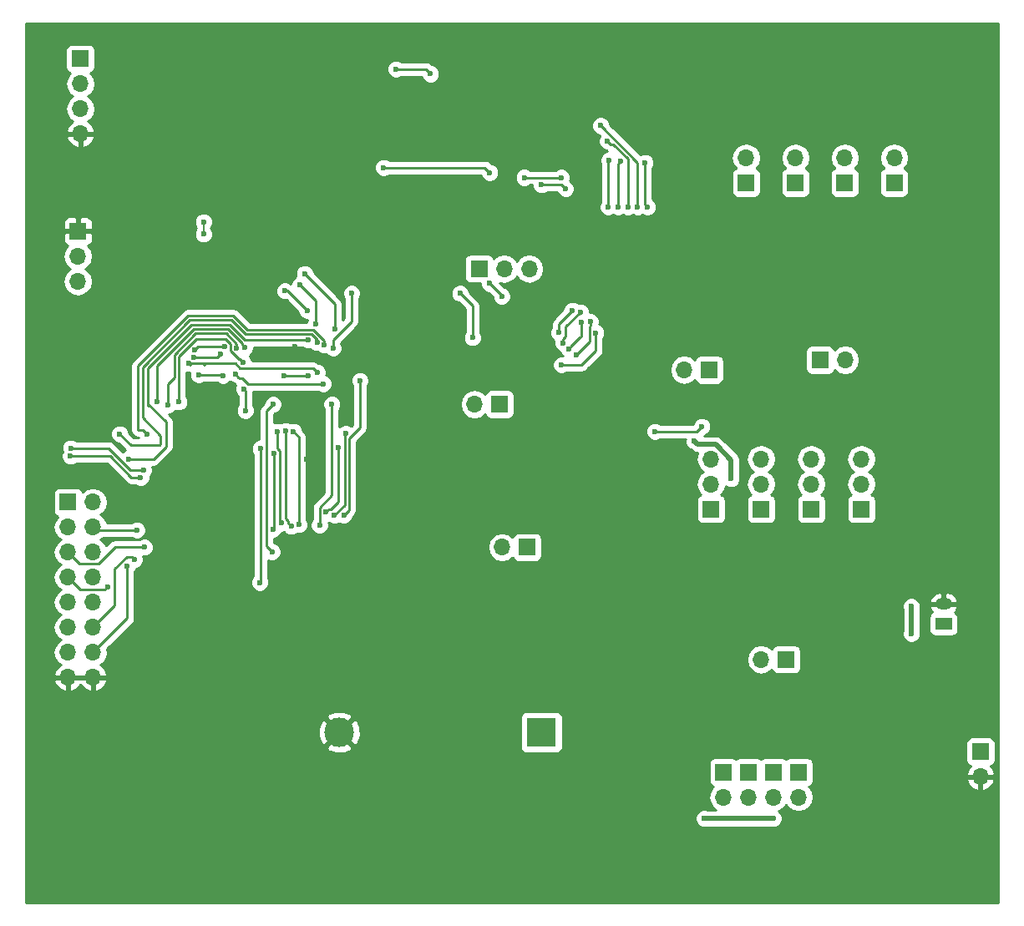
<source format=gbl>
G04 #@! TF.FileFunction,Copper,L2,Bot,Signal*
%FSLAX45Y45*%
G04 Gerber Fmt 4.5, Leading zero omitted, Abs format (unit mm)*
G04 Created by KiCad (PCBNEW 4.0.6-e0-6349~52~ubuntu16.10.1) date Thu May  4 19:45:57 2017*
%MOMM*%
%LPD*%
G01*
G04 APERTURE LIST*
%ADD10C,0.100000*%
%ADD11C,3.000000*%
%ADD12R,3.000000X3.000000*%
%ADD13R,1.700000X1.700000*%
%ADD14O,1.700000X1.700000*%
%ADD15R,1.700000X1.200000*%
%ADD16O,1.700000X1.200000*%
%ADD17C,0.600000*%
%ADD18C,0.250000*%
%ADD19C,0.500000*%
%ADD20C,0.200000*%
%ADD21C,0.254000*%
G04 APERTURE END LIST*
D10*
D11*
X13251000Y-14200000D03*
D12*
X15300000Y-14200000D03*
D13*
X14875000Y-10875000D03*
D14*
X14621000Y-10875000D03*
D13*
X14667000Y-9500000D03*
D14*
X14921000Y-9500000D03*
X15175000Y-9500000D03*
D13*
X17375000Y-8629000D03*
D14*
X17375000Y-8375000D03*
D13*
X17875000Y-8629000D03*
D14*
X17875000Y-8375000D03*
D13*
X18375000Y-8629000D03*
D14*
X18375000Y-8375000D03*
D13*
X18875000Y-8629000D03*
D14*
X18875000Y-8375000D03*
D13*
X10625000Y-7371000D03*
D14*
X10625000Y-7625000D03*
X10625000Y-7879000D03*
X10625000Y-8133000D03*
D13*
X10500000Y-11867000D03*
D14*
X10754000Y-11867000D03*
X10500000Y-12121000D03*
X10754000Y-12121000D03*
X10500000Y-12375000D03*
X10754000Y-12375000D03*
X10500000Y-12629000D03*
X10754000Y-12629000D03*
X10500000Y-12883000D03*
X10754000Y-12883000D03*
X10500000Y-13137000D03*
X10754000Y-13137000D03*
X10500000Y-13391000D03*
X10754000Y-13391000D03*
X10500000Y-13645000D03*
X10754000Y-13645000D03*
D13*
X15154000Y-12325000D03*
D14*
X14900000Y-12325000D03*
D13*
X10600000Y-9121000D03*
D14*
X10600000Y-9375000D03*
X10600000Y-9629000D03*
D13*
X17000000Y-10525000D03*
D14*
X16746000Y-10525000D03*
D13*
X17780000Y-13462000D03*
D14*
X17526000Y-13462000D03*
D13*
X17018000Y-11938000D03*
D14*
X17018000Y-11684000D03*
X17018000Y-11430000D03*
D13*
X17145000Y-14605000D03*
D14*
X17145000Y-14859000D03*
D13*
X19750000Y-14396000D03*
D14*
X19750000Y-14650000D03*
D13*
X17526000Y-11938000D03*
D14*
X17526000Y-11684000D03*
X17526000Y-11430000D03*
D13*
X17399000Y-14605000D03*
D14*
X17399000Y-14859000D03*
D15*
X19375000Y-13100000D03*
D16*
X19375000Y-12900000D03*
D13*
X18034000Y-11938000D03*
D14*
X18034000Y-11684000D03*
X18034000Y-11430000D03*
D13*
X17653000Y-14605000D03*
D14*
X17653000Y-14859000D03*
D13*
X18542000Y-11938000D03*
D14*
X18542000Y-11684000D03*
X18542000Y-11430000D03*
D13*
X17907000Y-14605000D03*
D14*
X17907000Y-14859000D03*
D13*
X18125000Y-10425000D03*
D14*
X18379000Y-10425000D03*
D17*
X12921097Y-11430305D03*
X12350000Y-11550000D03*
X12625000Y-10775000D03*
X12800970Y-10288654D03*
X12925000Y-11075000D03*
X12950000Y-11825000D03*
X11900000Y-10750000D03*
X12750000Y-10000000D03*
X10404195Y-11220805D03*
X10650000Y-8925000D03*
X12275000Y-11300000D03*
X11000000Y-13775000D03*
X11775000Y-9025000D03*
X12187499Y-8790001D03*
X13825000Y-11475000D03*
X13700000Y-11325000D03*
X15000000Y-11914999D03*
X11750000Y-11075000D03*
X13550000Y-11525000D03*
X13775000Y-11000000D03*
X13775000Y-10900000D03*
X19625000Y-7150000D03*
X19600000Y-7925000D03*
X15849600Y-7493000D03*
X15849600Y-7213600D03*
X15646400Y-8432800D03*
X14198600Y-8178800D03*
X18770600Y-9728200D03*
X17983200Y-9855200D03*
X16725000Y-10019400D03*
X16780600Y-10075000D03*
X19575000Y-11850000D03*
X19575000Y-11000000D03*
X16950000Y-15075000D03*
X17650000Y-15075000D03*
X16850000Y-11250000D03*
X17221954Y-11629001D03*
X12072190Y-10582501D03*
X11825000Y-10575000D03*
X12700000Y-9725000D03*
X12925000Y-9925000D03*
X16450000Y-11150000D03*
X16925000Y-11100000D03*
X19050000Y-12925000D03*
X19050000Y-13200000D03*
X14600000Y-10200000D03*
X14475000Y-9750000D03*
X14896194Y-9779996D03*
X14775000Y-9650000D03*
X15125000Y-8575000D03*
X15500000Y-8575000D03*
X15542305Y-8690397D03*
X15300000Y-8650000D03*
X13825000Y-7475000D03*
X14175000Y-7525000D03*
X13700000Y-8475000D03*
X10625000Y-7879000D03*
X14775000Y-8525000D03*
X11402215Y-10852277D03*
X12292499Y-10299951D03*
X11511488Y-10884183D03*
X12209983Y-10305824D03*
X11625080Y-10851682D03*
X12275000Y-10450000D03*
X11200000Y-12150000D03*
X12580727Y-12142508D03*
X12587501Y-11375000D03*
X11275000Y-12325000D03*
X12663677Y-12080007D03*
X12625000Y-11150000D03*
X12763407Y-12112499D03*
X12705827Y-11146980D03*
X10900000Y-12725000D03*
X12841782Y-12096448D03*
X12785761Y-11150264D03*
X12568123Y-12370267D03*
X12580000Y-10875000D03*
X12443167Y-12682014D03*
X12450000Y-11325000D03*
X13050000Y-12100000D03*
X13175000Y-10875000D03*
X13300000Y-12000000D03*
X13461100Y-10633977D03*
X13100000Y-10275000D03*
X11175000Y-12450000D03*
X11300000Y-11175000D03*
X13024567Y-10248353D03*
X11025000Y-11175000D03*
X12937500Y-10225000D03*
X11100000Y-12512499D03*
X11112499Y-11432050D03*
X12084981Y-10292415D03*
X11787304Y-10320576D03*
X12690068Y-10582501D03*
X12934007Y-10585420D03*
X12047308Y-10362991D03*
X11778160Y-10400053D03*
X12197191Y-10568599D03*
X13085908Y-10666824D03*
X11728282Y-10462602D03*
X13025000Y-10550000D03*
X11267794Y-11543813D03*
X10527820Y-11319032D03*
X13237501Y-11315559D03*
X13116731Y-11967499D03*
X11237501Y-11617857D03*
X10525000Y-11400000D03*
X13316829Y-11169781D03*
X13200000Y-12000000D03*
X12283085Y-10723304D03*
X12298303Y-10938307D03*
X11875000Y-9150000D03*
X11875000Y-9025000D03*
X13187780Y-10307107D03*
X13375000Y-9750000D03*
X15500000Y-10475000D03*
X15850000Y-10150000D03*
X16375000Y-8875000D03*
X16350000Y-8425000D03*
X15517529Y-10255642D03*
X15691674Y-9939636D03*
X16105235Y-8407266D03*
X16075000Y-8875000D03*
X15575653Y-10311137D03*
X15700000Y-10041013D03*
X15968305Y-8206695D03*
X16175000Y-8875000D03*
X15794943Y-10034460D03*
X15900000Y-8050000D03*
X16275000Y-8875000D03*
X15650000Y-10375000D03*
X15475131Y-10149603D03*
X15613475Y-9922751D03*
X15987499Y-8400000D03*
X15975000Y-8875000D03*
X13206569Y-10112501D03*
X12900000Y-9550000D03*
X13009914Y-10059696D03*
X12851865Y-9664996D03*
D18*
X12770970Y-10320970D02*
X12770970Y-10318654D01*
X12800970Y-10288654D02*
X12770970Y-10318654D01*
D19*
X17650000Y-15075000D02*
X16950000Y-15075000D01*
X16850000Y-11250000D02*
X16880000Y-11280000D01*
X16880000Y-11280000D02*
X17063572Y-11280000D01*
X17063572Y-11280000D02*
X17083573Y-11300000D01*
X17083573Y-11300000D02*
X17221954Y-11438381D01*
X17221954Y-11438381D02*
X17221954Y-11629001D01*
D18*
X12064688Y-10575000D02*
X12072190Y-10582501D01*
X11825000Y-10575000D02*
X12064688Y-10575000D01*
X12925000Y-9925000D02*
X12725000Y-9725000D01*
X12725000Y-9725000D02*
X12700000Y-9725000D01*
X16925000Y-11100000D02*
X16875000Y-11150000D01*
X16875000Y-11150000D02*
X16450000Y-11150000D01*
D19*
X19050000Y-13200000D02*
X19050000Y-12925000D01*
D18*
X14475000Y-9750000D02*
X14600000Y-9875000D01*
X14600000Y-9875000D02*
X14600000Y-10200000D01*
X14896194Y-9771194D02*
X14896194Y-9779996D01*
X14775000Y-9650000D02*
X14896194Y-9771194D01*
X15500000Y-8575000D02*
X15125000Y-8575000D01*
X15501908Y-8650000D02*
X15542305Y-8690397D01*
X15300000Y-8650000D02*
X15501908Y-8650000D01*
X14175000Y-7525000D02*
X14125000Y-7475000D01*
X14125000Y-7475000D02*
X13825000Y-7475000D01*
X14725000Y-8475000D02*
X13700000Y-8475000D01*
X14775000Y-8525000D02*
X14725000Y-8475000D01*
X12262499Y-10253423D02*
X12121577Y-10112500D01*
X11402215Y-10482783D02*
X11402215Y-10809850D01*
X12262499Y-10269951D02*
X12262499Y-10253423D01*
X11402215Y-10809850D02*
X11402215Y-10852277D01*
X11772498Y-10112500D02*
X11402215Y-10482783D01*
X12121577Y-10112500D02*
X11772498Y-10112500D01*
X12292499Y-10299951D02*
X12262499Y-10269951D01*
X11511488Y-10841757D02*
X11511488Y-10884183D01*
X11511488Y-10668511D02*
X11511488Y-10841757D01*
X11579999Y-10600000D02*
X11511488Y-10668511D01*
X11579999Y-10371941D02*
X11794438Y-10157502D01*
X12209983Y-10264547D02*
X12209983Y-10305824D01*
X12102937Y-10157502D02*
X12209983Y-10264547D01*
X11794438Y-10157502D02*
X12102937Y-10157502D01*
X11579999Y-10600000D02*
X11579999Y-10371941D01*
X11625080Y-10809255D02*
X11625080Y-10851682D01*
X12147482Y-10335825D02*
X12147482Y-10265688D01*
X12275000Y-10450000D02*
X12245000Y-10420000D01*
X12231658Y-10420000D02*
X12147482Y-10335825D01*
X12147482Y-10265688D02*
X12099060Y-10217265D01*
X12245000Y-10420000D02*
X12231658Y-10420000D01*
X12099060Y-10217265D02*
X11798316Y-10217265D01*
X11798316Y-10217265D02*
X11625080Y-10390501D01*
X11625080Y-10390501D02*
X11625080Y-10809255D01*
X11200000Y-12150000D02*
X10783000Y-12150000D01*
X10783000Y-12150000D02*
X10754000Y-12121000D01*
X12587501Y-12135734D02*
X12580727Y-12142508D01*
X12587501Y-11375000D02*
X12587501Y-12135734D01*
X11275000Y-12325000D02*
X10977900Y-12325000D01*
X10617500Y-12492500D02*
X10585000Y-12460000D01*
X10585000Y-12460000D02*
X10500000Y-12375000D01*
X10977900Y-12325000D02*
X10810400Y-12492500D01*
X10810400Y-12492500D02*
X10617500Y-12492500D01*
X12650001Y-12066330D02*
X12663677Y-12080007D01*
X12625000Y-11150000D02*
X12625000Y-11319999D01*
X12650001Y-11345000D02*
X12650001Y-12066330D01*
X12625000Y-11319999D02*
X12650001Y-11345000D01*
X12705827Y-11146980D02*
X12705827Y-12032549D01*
X12705827Y-12032549D02*
X12733408Y-12060130D01*
X12733408Y-12082499D02*
X12763407Y-12112499D01*
X12733408Y-12060130D02*
X12733408Y-12082499D01*
X12785761Y-11150264D02*
X12841782Y-11206285D01*
X12841782Y-11206285D02*
X12841782Y-12054022D01*
X12841782Y-12054022D02*
X12841782Y-12096448D01*
X10900000Y-12725000D02*
X10870000Y-12755000D01*
X10870000Y-12755000D02*
X10626000Y-12755000D01*
X10626000Y-12755000D02*
X10585000Y-12714000D01*
X10585000Y-12714000D02*
X10500000Y-12629000D01*
X12513123Y-12315267D02*
X12538123Y-12340267D01*
X12538123Y-12340267D02*
X12568123Y-12370267D01*
X12513123Y-10941877D02*
X12513123Y-12315267D01*
X12580000Y-10875000D02*
X12513123Y-10941877D01*
X12450000Y-12675181D02*
X12443167Y-12682014D01*
X12450000Y-11325000D02*
X12450000Y-12675181D01*
X13175000Y-11800000D02*
X13050000Y-11925000D01*
X13050000Y-11925000D02*
X13050000Y-12100000D01*
X13175000Y-10875000D02*
X13175000Y-11800000D01*
X13350000Y-11225000D02*
X13350000Y-11950000D01*
X13350000Y-11950000D02*
X13300000Y-12000000D01*
X13461100Y-11113900D02*
X13350000Y-11225000D01*
X13461100Y-10633977D02*
X13461100Y-11113900D01*
X13100000Y-10231359D02*
X12986140Y-10117499D01*
X12177497Y-9977497D02*
X11716578Y-9977497D01*
X12317499Y-10117499D02*
X12177497Y-9977497D01*
X12986140Y-10117499D02*
X12317499Y-10117499D01*
X11209998Y-10484077D02*
X11209998Y-10850000D01*
X13100000Y-10275000D02*
X13100000Y-10231359D01*
X11716578Y-9977497D02*
X11209998Y-10484077D01*
X10839000Y-13052000D02*
X10754000Y-13137000D01*
X10975000Y-12916000D02*
X10839000Y-13052000D01*
X10975000Y-12544999D02*
X10975000Y-12916000D01*
X11099999Y-12420000D02*
X10975000Y-12544999D01*
X11145000Y-12420000D02*
X11099999Y-12420000D01*
X11175000Y-12450000D02*
X11145000Y-12420000D01*
X11259998Y-11134998D02*
X11300000Y-11175000D01*
X11209998Y-11134998D02*
X11259998Y-11134998D01*
X11209998Y-10850000D02*
X11209998Y-10876361D01*
X11209998Y-10850000D02*
X11209998Y-11134998D01*
X11209998Y-10876361D02*
X11204999Y-10881360D01*
X11137500Y-11287500D02*
X11427689Y-11287500D01*
X11735218Y-10022498D02*
X12158857Y-10022498D01*
X11254999Y-10502717D02*
X11735218Y-10022498D01*
X11434649Y-11280539D02*
X11434649Y-11192149D01*
X11427689Y-11287500D02*
X11434649Y-11280539D01*
X11254999Y-11012499D02*
X11254999Y-10502717D01*
X12158857Y-10022498D02*
X12298859Y-10162500D01*
X12298859Y-10162500D02*
X12967500Y-10162500D01*
X11434649Y-11192149D02*
X11254999Y-11012499D01*
X12967500Y-10162500D02*
X13024567Y-10219567D01*
X13024567Y-10219567D02*
X13024567Y-10248353D01*
X11025000Y-11175000D02*
X11137500Y-11287500D01*
X12292618Y-10219900D02*
X12850000Y-10219900D01*
X12850000Y-10219900D02*
X12866779Y-10219900D01*
X12937500Y-10225000D02*
X12895074Y-10225000D01*
X12895074Y-10225000D02*
X12889974Y-10219900D01*
X12889974Y-10219900D02*
X12850000Y-10219900D01*
X11312500Y-10875000D02*
X11312500Y-10508857D01*
X11312500Y-10508857D02*
X11753858Y-10067499D01*
X11753858Y-10067499D02*
X12140217Y-10067499D01*
X12140217Y-10067499D02*
X12292618Y-10219900D01*
X11100000Y-12554925D02*
X11100000Y-12512499D01*
X11100000Y-13045000D02*
X11100000Y-12554925D01*
X10754000Y-13391000D02*
X11100000Y-13045000D01*
X11492499Y-11304921D02*
X11365370Y-11432050D01*
X11492499Y-11054999D02*
X11492499Y-11304921D01*
X11312500Y-10875000D02*
X11492499Y-11054999D01*
X11365370Y-11432050D02*
X11154925Y-11432050D01*
X11154925Y-11432050D02*
X11112499Y-11432050D01*
X11312500Y-10875000D02*
X11312500Y-10887500D01*
X11815465Y-10292415D02*
X11787304Y-10320576D01*
X12084981Y-10292415D02*
X11815465Y-10292415D01*
X12934007Y-10585420D02*
X12692987Y-10585420D01*
X12692987Y-10585420D02*
X12690068Y-10582501D01*
X12010246Y-10400053D02*
X11820587Y-10400053D01*
X11820587Y-10400053D02*
X11778160Y-10400053D01*
X12047308Y-10362991D02*
X12010246Y-10400053D01*
X12324324Y-10666824D02*
X12270000Y-10612500D01*
X12241092Y-10612500D02*
X12227191Y-10598599D01*
X13085908Y-10666824D02*
X12324324Y-10666824D01*
X12270000Y-10612500D02*
X12241092Y-10612500D01*
X12227191Y-10598599D02*
X12197191Y-10568599D01*
X11740709Y-10475000D02*
X11728311Y-10462602D01*
X11728311Y-10462602D02*
X11728282Y-10462602D01*
X11770709Y-10462602D02*
X11728282Y-10462602D01*
X11770721Y-10462586D02*
X11770721Y-10462589D01*
X11770721Y-10462589D02*
X11770709Y-10462602D01*
X12987500Y-10512500D02*
X12245000Y-10512500D01*
X11869204Y-10462586D02*
X11770721Y-10462586D01*
X11881618Y-10475000D02*
X11869204Y-10462586D01*
X12195086Y-10462586D02*
X11770721Y-10462586D01*
X12245000Y-10512500D02*
X12195086Y-10462586D01*
X13025000Y-10550000D02*
X12987500Y-10512500D01*
X11225367Y-11543813D02*
X11267794Y-11543813D01*
X11132454Y-11543813D02*
X11225367Y-11543813D01*
X10907673Y-11319032D02*
X11132454Y-11543813D01*
X10527820Y-11319032D02*
X10907673Y-11319032D01*
X13237501Y-11861305D02*
X13237501Y-11357985D01*
X13146731Y-11937499D02*
X13161307Y-11937499D01*
X13161307Y-11937499D02*
X13237501Y-11861305D01*
X13116731Y-11967499D02*
X13146731Y-11937499D01*
X13237501Y-11357985D02*
X13237501Y-11315559D01*
X11142857Y-11617857D02*
X10925000Y-11400000D01*
X10925000Y-11400000D02*
X10525000Y-11400000D01*
X11237501Y-11617857D02*
X11142857Y-11617857D01*
X13304999Y-11895001D02*
X13304999Y-11186147D01*
X13200000Y-12000000D02*
X13304999Y-11895001D01*
X13304999Y-11186147D02*
X13319097Y-11172049D01*
X13319097Y-11172049D02*
X13316829Y-11169781D01*
X12298303Y-10738522D02*
X12283085Y-10723304D01*
X12298303Y-10938307D02*
X12298303Y-10738522D01*
D20*
X11875000Y-9025000D02*
X11875000Y-9150000D01*
D18*
X13375000Y-9750000D02*
X13375000Y-10036571D01*
X13375000Y-10036571D02*
X13187780Y-10223790D01*
X13187780Y-10223790D02*
X13187780Y-10307107D01*
X15850000Y-10150000D02*
X15850000Y-10330890D01*
X15850000Y-10330890D02*
X15705890Y-10475000D01*
X15705890Y-10475000D02*
X15500000Y-10475000D01*
X16350000Y-8850000D02*
X16375000Y-8875000D01*
X16350000Y-8425000D02*
X16350000Y-8850000D01*
X15691674Y-9939636D02*
X15543439Y-10087871D01*
X15543439Y-10087871D02*
X15543439Y-10187306D01*
X15543439Y-10187306D02*
X15517529Y-10213216D01*
X15517529Y-10213216D02*
X15517529Y-10255642D01*
X16075000Y-8875000D02*
X16075000Y-8437501D01*
X16075000Y-8437501D02*
X16075235Y-8437266D01*
X16075235Y-8437266D02*
X16105235Y-8407266D01*
X15686790Y-10200000D02*
X15605653Y-10281137D01*
X15700000Y-10041013D02*
X15700000Y-10186790D01*
X15700000Y-10186790D02*
X15686790Y-10200000D01*
X15605653Y-10281137D02*
X15575653Y-10311137D01*
X15998305Y-8236695D02*
X15968305Y-8206695D01*
X16023054Y-8236695D02*
X15998305Y-8236695D01*
X16175000Y-8875000D02*
X16175000Y-8388641D01*
X16175000Y-8388641D02*
X16023054Y-8236695D01*
X15794943Y-10076886D02*
X15794943Y-10034460D01*
X15787499Y-10084330D02*
X15794943Y-10076886D01*
X15787499Y-10237501D02*
X15787499Y-10084330D01*
X15650000Y-10375000D02*
X15787499Y-10237501D01*
X16275000Y-8875000D02*
X16275000Y-8425000D01*
X16275000Y-8425000D02*
X15900000Y-8050000D01*
X15613475Y-9922751D02*
X15475131Y-10061096D01*
X15475131Y-10107177D02*
X15475131Y-10149603D01*
X15475131Y-10061096D02*
X15475131Y-10107177D01*
X15975000Y-8412499D02*
X15987499Y-8400000D01*
X15975000Y-8875000D02*
X15975000Y-8412499D01*
X13206569Y-10070075D02*
X13206569Y-10112501D01*
X12900000Y-9550000D02*
X13206569Y-9856569D01*
X13206569Y-9856569D02*
X13206569Y-10070075D01*
X13009914Y-10017269D02*
X13009914Y-10059696D01*
X13009914Y-9823045D02*
X13009914Y-10017269D01*
X12851865Y-9664996D02*
X13009914Y-9823045D01*
D21*
G36*
X19929000Y-15929000D02*
X10071000Y-15929000D01*
X10071000Y-15093517D01*
X16856484Y-15093517D01*
X16870688Y-15127894D01*
X16896967Y-15154219D01*
X16931320Y-15168484D01*
X16968517Y-15168516D01*
X16980657Y-15163500D01*
X17619318Y-15163500D01*
X17631320Y-15168484D01*
X17668517Y-15168516D01*
X17702894Y-15154312D01*
X17729219Y-15128033D01*
X17743484Y-15093680D01*
X17743516Y-15056483D01*
X17729312Y-15022106D01*
X17704986Y-14997738D01*
X17712738Y-14996196D01*
X17760915Y-14964005D01*
X17780000Y-14935442D01*
X17799085Y-14964005D01*
X17847262Y-14996196D01*
X17904091Y-15007500D01*
X17909909Y-15007500D01*
X17966738Y-14996196D01*
X18014915Y-14964005D01*
X18047105Y-14915828D01*
X18058409Y-14859000D01*
X18047105Y-14802171D01*
X18014915Y-14753995D01*
X18010755Y-14751215D01*
X18015532Y-14750316D01*
X18037144Y-14736409D01*
X18051643Y-14715189D01*
X18056744Y-14690000D01*
X18056744Y-14685689D01*
X19605852Y-14685689D01*
X19622836Y-14726692D01*
X19661864Y-14769518D01*
X19714311Y-14794149D01*
X19737300Y-14782082D01*
X19737300Y-14662700D01*
X19762700Y-14662700D01*
X19762700Y-14782082D01*
X19785689Y-14794149D01*
X19838136Y-14769518D01*
X19877165Y-14726692D01*
X19894148Y-14685689D01*
X19882016Y-14662700D01*
X19762700Y-14662700D01*
X19737300Y-14662700D01*
X19617985Y-14662700D01*
X19605852Y-14685689D01*
X18056744Y-14685689D01*
X18056744Y-14520000D01*
X18052316Y-14496468D01*
X18038409Y-14474856D01*
X18017189Y-14460357D01*
X17992000Y-14455256D01*
X17822000Y-14455256D01*
X17798468Y-14459684D01*
X17779792Y-14471701D01*
X17763189Y-14460357D01*
X17738000Y-14455256D01*
X17568000Y-14455256D01*
X17544468Y-14459684D01*
X17525792Y-14471701D01*
X17509189Y-14460357D01*
X17484000Y-14455256D01*
X17314000Y-14455256D01*
X17290468Y-14459684D01*
X17271792Y-14471701D01*
X17255189Y-14460357D01*
X17230000Y-14455256D01*
X17060000Y-14455256D01*
X17036468Y-14459684D01*
X17014856Y-14473591D01*
X17000357Y-14494811D01*
X16995256Y-14520000D01*
X16995256Y-14690000D01*
X16999684Y-14713532D01*
X17013591Y-14735144D01*
X17034811Y-14749643D01*
X17041554Y-14751009D01*
X17037085Y-14753995D01*
X17004895Y-14802171D01*
X16993591Y-14859000D01*
X17004895Y-14915828D01*
X17037085Y-14964005D01*
X17070751Y-14986500D01*
X16980682Y-14986500D01*
X16968680Y-14981516D01*
X16931483Y-14981484D01*
X16897106Y-14995688D01*
X16870781Y-15021967D01*
X16856516Y-15056320D01*
X16856484Y-15093517D01*
X10071000Y-15093517D01*
X10071000Y-14351397D01*
X13117563Y-14351397D01*
X13133542Y-14383274D01*
X13212619Y-14414272D01*
X13297539Y-14412650D01*
X13368458Y-14383274D01*
X13384436Y-14351397D01*
X13251000Y-14217960D01*
X13117563Y-14351397D01*
X10071000Y-14351397D01*
X10071000Y-14161619D01*
X13036728Y-14161619D01*
X13038350Y-14246539D01*
X13067726Y-14317458D01*
X13099603Y-14333436D01*
X13233039Y-14200000D01*
X13268960Y-14200000D01*
X13402397Y-14333436D01*
X13434274Y-14317458D01*
X13465272Y-14238381D01*
X13463650Y-14153461D01*
X13434274Y-14082542D01*
X13402397Y-14066563D01*
X13268960Y-14200000D01*
X13233039Y-14200000D01*
X13099603Y-14066563D01*
X13067726Y-14082542D01*
X13036728Y-14161619D01*
X10071000Y-14161619D01*
X10071000Y-14048603D01*
X13117563Y-14048603D01*
X13251000Y-14182039D01*
X13383039Y-14050000D01*
X15085256Y-14050000D01*
X15085256Y-14350000D01*
X15089684Y-14373532D01*
X15103591Y-14395144D01*
X15124811Y-14409643D01*
X15150000Y-14414744D01*
X15450000Y-14414744D01*
X15473532Y-14410316D01*
X15495144Y-14396409D01*
X15509643Y-14375189D01*
X15514744Y-14350000D01*
X15514744Y-14311000D01*
X19600256Y-14311000D01*
X19600256Y-14481000D01*
X19604684Y-14504532D01*
X19618591Y-14526144D01*
X19639811Y-14540643D01*
X19650611Y-14542830D01*
X19622836Y-14573308D01*
X19605852Y-14614311D01*
X19617985Y-14637300D01*
X19737300Y-14637300D01*
X19737300Y-14635300D01*
X19762700Y-14635300D01*
X19762700Y-14637300D01*
X19882016Y-14637300D01*
X19894148Y-14614311D01*
X19877165Y-14573308D01*
X19849550Y-14543006D01*
X19858532Y-14541316D01*
X19880144Y-14527409D01*
X19894643Y-14506189D01*
X19899744Y-14481000D01*
X19899744Y-14311000D01*
X19895316Y-14287468D01*
X19881409Y-14265856D01*
X19860189Y-14251357D01*
X19835000Y-14246256D01*
X19665000Y-14246256D01*
X19641468Y-14250684D01*
X19619856Y-14264591D01*
X19605357Y-14285811D01*
X19600256Y-14311000D01*
X15514744Y-14311000D01*
X15514744Y-14050000D01*
X15510316Y-14026468D01*
X15496409Y-14004856D01*
X15475189Y-13990357D01*
X15450000Y-13985256D01*
X15150000Y-13985256D01*
X15126468Y-13989684D01*
X15104856Y-14003591D01*
X15090357Y-14024811D01*
X15085256Y-14050000D01*
X13383039Y-14050000D01*
X13384436Y-14048603D01*
X13368458Y-14016726D01*
X13289381Y-13985728D01*
X13204461Y-13987350D01*
X13133542Y-14016726D01*
X13117563Y-14048603D01*
X10071000Y-14048603D01*
X10071000Y-13680689D01*
X10355852Y-13680689D01*
X10372836Y-13721692D01*
X10411864Y-13764518D01*
X10464311Y-13789149D01*
X10487300Y-13777082D01*
X10487300Y-13657700D01*
X10512700Y-13657700D01*
X10512700Y-13777082D01*
X10535689Y-13789149D01*
X10588136Y-13764518D01*
X10627000Y-13721873D01*
X10665864Y-13764518D01*
X10718311Y-13789149D01*
X10741300Y-13777082D01*
X10741300Y-13657700D01*
X10766700Y-13657700D01*
X10766700Y-13777082D01*
X10789689Y-13789149D01*
X10842136Y-13764518D01*
X10881165Y-13721692D01*
X10898148Y-13680689D01*
X10886016Y-13657700D01*
X10766700Y-13657700D01*
X10741300Y-13657700D01*
X10512700Y-13657700D01*
X10487300Y-13657700D01*
X10367985Y-13657700D01*
X10355852Y-13680689D01*
X10071000Y-13680689D01*
X10071000Y-12121000D01*
X10348591Y-12121000D01*
X10359895Y-12177828D01*
X10392085Y-12226005D01*
X10425003Y-12248000D01*
X10392085Y-12269995D01*
X10359895Y-12318171D01*
X10348591Y-12375000D01*
X10359895Y-12431828D01*
X10392085Y-12480005D01*
X10425003Y-12502000D01*
X10392085Y-12523995D01*
X10359895Y-12572171D01*
X10348591Y-12629000D01*
X10359895Y-12685828D01*
X10392085Y-12734005D01*
X10425003Y-12756000D01*
X10392085Y-12777995D01*
X10359895Y-12826171D01*
X10348591Y-12883000D01*
X10359895Y-12939828D01*
X10392085Y-12988005D01*
X10425003Y-13010000D01*
X10392085Y-13031995D01*
X10359895Y-13080171D01*
X10348591Y-13137000D01*
X10359895Y-13193828D01*
X10392085Y-13242005D01*
X10425003Y-13264000D01*
X10392085Y-13285995D01*
X10359895Y-13334171D01*
X10348591Y-13391000D01*
X10359895Y-13447828D01*
X10392085Y-13496005D01*
X10426155Y-13518770D01*
X10411864Y-13525482D01*
X10372836Y-13568308D01*
X10355852Y-13609311D01*
X10367985Y-13632300D01*
X10487300Y-13632300D01*
X10487300Y-13630300D01*
X10512700Y-13630300D01*
X10512700Y-13632300D01*
X10741300Y-13632300D01*
X10741300Y-13630300D01*
X10766700Y-13630300D01*
X10766700Y-13632300D01*
X10886016Y-13632300D01*
X10898148Y-13609311D01*
X10881165Y-13568308D01*
X10842136Y-13525482D01*
X10827845Y-13518770D01*
X10861915Y-13496005D01*
X10886580Y-13459091D01*
X17377500Y-13459091D01*
X17377500Y-13464909D01*
X17388804Y-13521738D01*
X17420995Y-13569915D01*
X17469172Y-13602105D01*
X17526000Y-13613409D01*
X17582829Y-13602105D01*
X17631005Y-13569915D01*
X17633785Y-13565755D01*
X17634684Y-13570532D01*
X17648591Y-13592144D01*
X17669811Y-13606643D01*
X17695000Y-13611744D01*
X17865000Y-13611744D01*
X17888532Y-13607316D01*
X17910144Y-13593409D01*
X17924643Y-13572189D01*
X17929744Y-13547000D01*
X17929744Y-13377000D01*
X17925316Y-13353468D01*
X17911409Y-13331856D01*
X17890189Y-13317357D01*
X17865000Y-13312256D01*
X17695000Y-13312256D01*
X17671468Y-13316684D01*
X17649856Y-13330591D01*
X17635357Y-13351811D01*
X17633991Y-13358554D01*
X17631005Y-13354085D01*
X17582829Y-13321895D01*
X17526000Y-13310591D01*
X17469172Y-13321895D01*
X17420995Y-13354085D01*
X17388804Y-13402262D01*
X17377500Y-13459091D01*
X10886580Y-13459091D01*
X10894105Y-13447828D01*
X10905409Y-13391000D01*
X10898121Y-13354359D01*
X11153740Y-13098740D01*
X11170215Y-13074084D01*
X11176000Y-13045000D01*
X11176000Y-12943517D01*
X18956484Y-12943517D01*
X18961500Y-12955657D01*
X18961500Y-13169318D01*
X18956516Y-13181320D01*
X18956484Y-13218517D01*
X18970688Y-13252894D01*
X18996967Y-13279219D01*
X19031320Y-13293484D01*
X19068517Y-13293516D01*
X19102894Y-13279312D01*
X19129219Y-13253033D01*
X19143484Y-13218680D01*
X19143516Y-13181483D01*
X19138500Y-13169343D01*
X19138500Y-13040000D01*
X19225256Y-13040000D01*
X19225256Y-13160000D01*
X19229684Y-13183532D01*
X19243591Y-13205144D01*
X19264811Y-13219643D01*
X19290000Y-13224744D01*
X19460000Y-13224744D01*
X19483532Y-13220316D01*
X19505144Y-13206409D01*
X19519643Y-13185189D01*
X19524744Y-13160000D01*
X19524744Y-13040000D01*
X19520316Y-13016468D01*
X19506409Y-12994856D01*
X19491169Y-12984443D01*
X19493193Y-12982912D01*
X19517829Y-12940938D01*
X19519346Y-12931761D01*
X19506873Y-12912700D01*
X19387700Y-12912700D01*
X19387700Y-12914700D01*
X19362300Y-12914700D01*
X19362300Y-12912700D01*
X19243127Y-12912700D01*
X19230654Y-12931761D01*
X19232171Y-12940938D01*
X19256807Y-12982912D01*
X19258942Y-12984527D01*
X19244856Y-12993591D01*
X19230357Y-13014811D01*
X19225256Y-13040000D01*
X19138500Y-13040000D01*
X19138500Y-12955682D01*
X19143484Y-12943680D01*
X19143516Y-12906483D01*
X19129312Y-12872106D01*
X19125452Y-12868239D01*
X19230654Y-12868239D01*
X19243127Y-12887300D01*
X19362300Y-12887300D01*
X19362300Y-12791745D01*
X19387700Y-12791745D01*
X19387700Y-12887300D01*
X19506873Y-12887300D01*
X19519346Y-12868239D01*
X19517829Y-12859062D01*
X19493193Y-12817087D01*
X19454370Y-12787735D01*
X19407270Y-12775474D01*
X19387700Y-12791745D01*
X19362300Y-12791745D01*
X19342730Y-12775474D01*
X19295630Y-12787735D01*
X19256807Y-12817087D01*
X19232171Y-12859062D01*
X19230654Y-12868239D01*
X19125452Y-12868239D01*
X19103033Y-12845781D01*
X19068680Y-12831516D01*
X19031483Y-12831484D01*
X18997106Y-12845688D01*
X18970781Y-12871967D01*
X18956516Y-12906320D01*
X18956484Y-12943517D01*
X11176000Y-12943517D01*
X11176000Y-12700530D01*
X12349651Y-12700530D01*
X12363856Y-12734908D01*
X12390135Y-12761233D01*
X12424488Y-12775497D01*
X12461684Y-12775530D01*
X12496062Y-12761325D01*
X12522387Y-12735046D01*
X12536651Y-12700694D01*
X12536684Y-12663497D01*
X12526000Y-12637640D01*
X12526000Y-12454017D01*
X12549443Y-12463751D01*
X12586639Y-12463783D01*
X12621017Y-12449579D01*
X12647342Y-12423300D01*
X12661606Y-12388947D01*
X12661639Y-12351751D01*
X12649384Y-12322091D01*
X14751500Y-12322091D01*
X14751500Y-12327909D01*
X14762804Y-12384738D01*
X14794995Y-12432915D01*
X14843171Y-12465105D01*
X14900000Y-12476409D01*
X14956828Y-12465105D01*
X15005005Y-12432915D01*
X15007785Y-12428755D01*
X15008684Y-12433532D01*
X15022591Y-12455144D01*
X15043811Y-12469643D01*
X15069000Y-12474744D01*
X15239000Y-12474744D01*
X15262532Y-12470316D01*
X15284144Y-12456409D01*
X15298643Y-12435189D01*
X15303744Y-12410000D01*
X15303744Y-12240000D01*
X15299316Y-12216468D01*
X15285409Y-12194856D01*
X15264189Y-12180357D01*
X15239000Y-12175256D01*
X15069000Y-12175256D01*
X15045468Y-12179684D01*
X15023856Y-12193591D01*
X15009357Y-12214811D01*
X15007991Y-12221554D01*
X15005005Y-12217085D01*
X14956828Y-12184895D01*
X14900000Y-12173591D01*
X14843171Y-12184895D01*
X14794995Y-12217085D01*
X14762804Y-12265262D01*
X14751500Y-12322091D01*
X12649384Y-12322091D01*
X12647434Y-12317373D01*
X12621155Y-12291048D01*
X12589123Y-12277747D01*
X12589123Y-12236015D01*
X12599244Y-12236024D01*
X12633622Y-12221819D01*
X12659947Y-12195540D01*
X12669094Y-12173511D01*
X12682194Y-12173523D01*
X12689286Y-12170592D01*
X12710375Y-12191718D01*
X12744728Y-12205983D01*
X12781924Y-12206015D01*
X12816302Y-12191811D01*
X12819629Y-12188490D01*
X12823102Y-12189932D01*
X12860299Y-12189964D01*
X12894676Y-12175760D01*
X12921001Y-12149481D01*
X12933858Y-12118517D01*
X12956484Y-12118517D01*
X12970688Y-12152894D01*
X12996967Y-12179219D01*
X13031320Y-12193484D01*
X13068517Y-12193516D01*
X13102894Y-12179312D01*
X13129219Y-12153033D01*
X13143484Y-12118680D01*
X13143516Y-12081483D01*
X13139483Y-12071722D01*
X13146967Y-12079219D01*
X13181320Y-12093484D01*
X13218517Y-12093516D01*
X13250035Y-12080493D01*
X13281320Y-12093484D01*
X13318517Y-12093516D01*
X13352894Y-12079312D01*
X13379219Y-12053033D01*
X13393484Y-12018680D01*
X13393488Y-12013992D01*
X13403740Y-12003740D01*
X13420215Y-11979084D01*
X13426000Y-11950000D01*
X13426000Y-11256480D01*
X13513963Y-11168517D01*
X16356484Y-11168517D01*
X16370688Y-11202894D01*
X16396967Y-11229219D01*
X16431320Y-11243484D01*
X16468517Y-11243516D01*
X16502894Y-11229312D01*
X16506212Y-11226000D01*
X16758725Y-11226000D01*
X16756516Y-11231320D01*
X16756484Y-11268517D01*
X16770688Y-11302894D01*
X16796967Y-11329219D01*
X16809099Y-11334257D01*
X16817421Y-11342579D01*
X16817421Y-11342579D01*
X16846132Y-11361763D01*
X16846492Y-11361835D01*
X16880000Y-11368500D01*
X16880000Y-11368500D01*
X16881016Y-11368500D01*
X16877895Y-11373171D01*
X16866591Y-11430000D01*
X16877895Y-11486828D01*
X16910085Y-11535005D01*
X16943003Y-11557000D01*
X16910085Y-11578995D01*
X16877895Y-11627171D01*
X16866591Y-11684000D01*
X16877895Y-11740828D01*
X16910085Y-11789005D01*
X16914245Y-11791785D01*
X16909468Y-11792684D01*
X16887856Y-11806591D01*
X16873357Y-11827811D01*
X16868256Y-11853000D01*
X16868256Y-12023000D01*
X16872684Y-12046532D01*
X16886591Y-12068144D01*
X16907811Y-12082643D01*
X16933000Y-12087744D01*
X17103000Y-12087744D01*
X17126532Y-12083316D01*
X17148144Y-12069409D01*
X17162643Y-12048189D01*
X17167744Y-12023000D01*
X17167744Y-11853000D01*
X17163316Y-11829468D01*
X17149409Y-11807856D01*
X17128189Y-11793357D01*
X17121446Y-11791991D01*
X17125915Y-11789005D01*
X17158105Y-11740828D01*
X17165311Y-11704604D01*
X17168921Y-11708220D01*
X17203274Y-11722485D01*
X17240470Y-11722517D01*
X17274848Y-11708313D01*
X17301173Y-11682034D01*
X17315438Y-11647681D01*
X17315470Y-11610484D01*
X17310454Y-11598344D01*
X17310454Y-11438382D01*
X17310454Y-11438381D01*
X17308787Y-11430000D01*
X17374591Y-11430000D01*
X17385895Y-11486828D01*
X17418085Y-11535005D01*
X17451003Y-11557000D01*
X17418085Y-11578995D01*
X17385895Y-11627171D01*
X17374591Y-11684000D01*
X17385895Y-11740828D01*
X17418085Y-11789005D01*
X17422245Y-11791785D01*
X17417468Y-11792684D01*
X17395856Y-11806591D01*
X17381357Y-11827811D01*
X17376256Y-11853000D01*
X17376256Y-12023000D01*
X17380684Y-12046532D01*
X17394591Y-12068144D01*
X17415811Y-12082643D01*
X17441000Y-12087744D01*
X17611000Y-12087744D01*
X17634532Y-12083316D01*
X17656144Y-12069409D01*
X17670643Y-12048189D01*
X17675744Y-12023000D01*
X17675744Y-11853000D01*
X17671316Y-11829468D01*
X17657409Y-11807856D01*
X17636189Y-11793357D01*
X17629446Y-11791991D01*
X17633915Y-11789005D01*
X17666105Y-11740828D01*
X17677409Y-11684000D01*
X17666105Y-11627171D01*
X17633915Y-11578995D01*
X17600997Y-11557000D01*
X17633915Y-11535005D01*
X17666105Y-11486828D01*
X17677409Y-11430000D01*
X17882591Y-11430000D01*
X17893895Y-11486828D01*
X17926085Y-11535005D01*
X17959003Y-11557000D01*
X17926085Y-11578995D01*
X17893895Y-11627171D01*
X17882591Y-11684000D01*
X17893895Y-11740828D01*
X17926085Y-11789005D01*
X17930245Y-11791785D01*
X17925468Y-11792684D01*
X17903856Y-11806591D01*
X17889357Y-11827811D01*
X17884256Y-11853000D01*
X17884256Y-12023000D01*
X17888684Y-12046532D01*
X17902591Y-12068144D01*
X17923811Y-12082643D01*
X17949000Y-12087744D01*
X18119000Y-12087744D01*
X18142532Y-12083316D01*
X18164144Y-12069409D01*
X18178643Y-12048189D01*
X18183744Y-12023000D01*
X18183744Y-11853000D01*
X18179316Y-11829468D01*
X18165409Y-11807856D01*
X18144189Y-11793357D01*
X18137446Y-11791991D01*
X18141915Y-11789005D01*
X18174105Y-11740828D01*
X18185409Y-11684000D01*
X18174105Y-11627171D01*
X18141915Y-11578995D01*
X18108997Y-11557000D01*
X18141915Y-11535005D01*
X18174105Y-11486828D01*
X18185409Y-11430000D01*
X18390591Y-11430000D01*
X18401895Y-11486828D01*
X18434085Y-11535005D01*
X18467003Y-11557000D01*
X18434085Y-11578995D01*
X18401895Y-11627171D01*
X18390591Y-11684000D01*
X18401895Y-11740828D01*
X18434085Y-11789005D01*
X18438245Y-11791785D01*
X18433468Y-11792684D01*
X18411856Y-11806591D01*
X18397357Y-11827811D01*
X18392256Y-11853000D01*
X18392256Y-12023000D01*
X18396684Y-12046532D01*
X18410591Y-12068144D01*
X18431811Y-12082643D01*
X18457000Y-12087744D01*
X18627000Y-12087744D01*
X18650532Y-12083316D01*
X18672144Y-12069409D01*
X18686643Y-12048189D01*
X18691744Y-12023000D01*
X18691744Y-11853000D01*
X18687316Y-11829468D01*
X18673409Y-11807856D01*
X18652189Y-11793357D01*
X18645446Y-11791991D01*
X18649915Y-11789005D01*
X18682105Y-11740828D01*
X18693409Y-11684000D01*
X18682105Y-11627171D01*
X18649915Y-11578995D01*
X18616997Y-11557000D01*
X18649915Y-11535005D01*
X18682105Y-11486828D01*
X18693409Y-11430000D01*
X18682105Y-11373171D01*
X18649915Y-11324995D01*
X18601738Y-11292804D01*
X18544909Y-11281500D01*
X18539091Y-11281500D01*
X18482262Y-11292804D01*
X18434085Y-11324995D01*
X18401895Y-11373171D01*
X18390591Y-11430000D01*
X18185409Y-11430000D01*
X18174105Y-11373171D01*
X18141915Y-11324995D01*
X18093738Y-11292804D01*
X18036909Y-11281500D01*
X18031091Y-11281500D01*
X17974262Y-11292804D01*
X17926085Y-11324995D01*
X17893895Y-11373171D01*
X17882591Y-11430000D01*
X17677409Y-11430000D01*
X17666105Y-11373171D01*
X17633915Y-11324995D01*
X17585738Y-11292804D01*
X17528909Y-11281500D01*
X17523091Y-11281500D01*
X17466262Y-11292804D01*
X17418085Y-11324995D01*
X17385895Y-11373171D01*
X17374591Y-11430000D01*
X17308787Y-11430000D01*
X17303717Y-11404514D01*
X17303717Y-11404514D01*
X17284533Y-11375802D01*
X17284532Y-11375802D01*
X17146152Y-11237421D01*
X17146151Y-11237421D01*
X17126151Y-11217421D01*
X17116539Y-11210998D01*
X17097440Y-11198237D01*
X17091059Y-11196967D01*
X17063572Y-11191500D01*
X17063572Y-11191500D01*
X16948397Y-11191500D01*
X16977894Y-11179312D01*
X17004219Y-11153033D01*
X17018484Y-11118680D01*
X17018516Y-11081483D01*
X17004312Y-11047106D01*
X16978033Y-11020781D01*
X16943680Y-11006516D01*
X16906483Y-11006484D01*
X16872106Y-11020688D01*
X16845781Y-11046967D01*
X16834556Y-11074000D01*
X16506246Y-11074000D01*
X16503033Y-11070781D01*
X16468680Y-11056516D01*
X16431483Y-11056484D01*
X16397106Y-11070688D01*
X16370781Y-11096967D01*
X16356516Y-11131320D01*
X16356484Y-11168517D01*
X13513963Y-11168517D01*
X13514841Y-11167640D01*
X13531315Y-11142984D01*
X13537100Y-11113900D01*
X13537100Y-10872091D01*
X14472500Y-10872091D01*
X14472500Y-10877909D01*
X14483804Y-10934738D01*
X14515995Y-10982915D01*
X14564171Y-11015105D01*
X14621000Y-11026409D01*
X14677828Y-11015105D01*
X14726005Y-10982915D01*
X14728785Y-10978755D01*
X14729684Y-10983532D01*
X14743591Y-11005144D01*
X14764811Y-11019643D01*
X14790000Y-11024744D01*
X14960000Y-11024744D01*
X14983532Y-11020316D01*
X15005144Y-11006409D01*
X15019643Y-10985189D01*
X15024744Y-10960000D01*
X15024744Y-10790000D01*
X15020316Y-10766468D01*
X15006409Y-10744856D01*
X14985189Y-10730357D01*
X14960000Y-10725256D01*
X14790000Y-10725256D01*
X14766468Y-10729684D01*
X14744856Y-10743591D01*
X14730357Y-10764811D01*
X14728991Y-10771554D01*
X14726005Y-10767085D01*
X14677828Y-10734895D01*
X14621000Y-10723591D01*
X14564171Y-10734895D01*
X14515995Y-10767085D01*
X14483804Y-10815262D01*
X14472500Y-10872091D01*
X13537100Y-10872091D01*
X13537100Y-10690223D01*
X13540320Y-10687010D01*
X13554584Y-10652657D01*
X13554617Y-10615460D01*
X13540412Y-10581083D01*
X13514133Y-10554758D01*
X13479780Y-10540493D01*
X13442584Y-10540461D01*
X13408206Y-10554665D01*
X13381881Y-10580944D01*
X13367617Y-10615297D01*
X13367584Y-10652494D01*
X13381789Y-10686871D01*
X13385100Y-10690189D01*
X13385100Y-11082419D01*
X13373407Y-11094113D01*
X13369862Y-11090562D01*
X13335509Y-11076297D01*
X13298313Y-11076265D01*
X13263935Y-11090469D01*
X13251000Y-11103382D01*
X13251000Y-10931246D01*
X13254219Y-10928033D01*
X13268484Y-10893680D01*
X13268516Y-10856483D01*
X13254312Y-10822106D01*
X13228033Y-10795781D01*
X13193680Y-10781516D01*
X13156483Y-10781484D01*
X13122106Y-10795688D01*
X13095781Y-10821967D01*
X13081516Y-10856320D01*
X13081484Y-10893517D01*
X13095688Y-10927894D01*
X13099000Y-10931212D01*
X13099000Y-11768520D01*
X12996260Y-11871260D01*
X12979785Y-11895916D01*
X12974000Y-11925000D01*
X12974000Y-12043754D01*
X12970781Y-12046967D01*
X12956516Y-12081320D01*
X12956484Y-12118517D01*
X12933858Y-12118517D01*
X12935266Y-12115128D01*
X12935298Y-12077931D01*
X12921094Y-12043554D01*
X12917782Y-12040236D01*
X12917782Y-11206285D01*
X12912424Y-11179348D01*
X12911997Y-11177201D01*
X12895522Y-11152545D01*
X12879273Y-11136296D01*
X12879277Y-11131748D01*
X12865072Y-11097370D01*
X12838793Y-11071045D01*
X12804441Y-11056780D01*
X12767244Y-11056748D01*
X12749748Y-11063977D01*
X12724507Y-11053496D01*
X12687310Y-11053464D01*
X12661757Y-11064022D01*
X12643680Y-11056516D01*
X12606483Y-11056484D01*
X12589123Y-11063657D01*
X12589123Y-10973358D01*
X12593968Y-10968512D01*
X12598517Y-10968516D01*
X12632894Y-10954312D01*
X12659219Y-10928033D01*
X12673484Y-10893680D01*
X12673516Y-10856483D01*
X12659312Y-10822106D01*
X12633033Y-10795781D01*
X12598680Y-10781516D01*
X12561483Y-10781484D01*
X12527106Y-10795688D01*
X12500781Y-10821967D01*
X12486516Y-10856320D01*
X12486512Y-10861008D01*
X12459383Y-10888137D01*
X12442908Y-10912793D01*
X12437123Y-10941877D01*
X12437123Y-11231489D01*
X12431483Y-11231484D01*
X12397106Y-11245688D01*
X12370781Y-11271967D01*
X12356516Y-11306320D01*
X12356484Y-11343517D01*
X12370688Y-11377894D01*
X12374000Y-11381212D01*
X12374000Y-12618947D01*
X12363948Y-12628981D01*
X12349684Y-12663334D01*
X12349651Y-12700530D01*
X11176000Y-12700530D01*
X11176000Y-12568745D01*
X11179219Y-12565532D01*
X11188363Y-12543512D01*
X11193517Y-12543516D01*
X11227894Y-12529312D01*
X11254219Y-12503033D01*
X11268484Y-12468680D01*
X11268516Y-12431483D01*
X11263147Y-12418490D01*
X11293517Y-12418516D01*
X11327894Y-12404312D01*
X11354219Y-12378033D01*
X11368484Y-12343680D01*
X11368516Y-12306483D01*
X11354312Y-12272106D01*
X11328033Y-12245781D01*
X11293680Y-12231516D01*
X11256483Y-12231484D01*
X11222106Y-12245688D01*
X11218788Y-12249000D01*
X10977900Y-12249000D01*
X10948816Y-12254785D01*
X10924160Y-12271260D01*
X10887354Y-12308066D01*
X10861915Y-12269995D01*
X10828997Y-12248000D01*
X10861915Y-12226005D01*
X10861918Y-12226000D01*
X11143754Y-12226000D01*
X11146967Y-12229219D01*
X11181320Y-12243484D01*
X11218517Y-12243516D01*
X11252894Y-12229312D01*
X11279219Y-12203033D01*
X11293484Y-12168680D01*
X11293516Y-12131483D01*
X11279312Y-12097106D01*
X11253033Y-12070781D01*
X11218680Y-12056516D01*
X11181483Y-12056484D01*
X11147106Y-12070688D01*
X11143788Y-12074000D01*
X10896060Y-12074000D01*
X10894105Y-12064171D01*
X10861915Y-12015995D01*
X10828997Y-11994000D01*
X10861915Y-11972005D01*
X10894105Y-11923828D01*
X10905409Y-11867000D01*
X10894105Y-11810171D01*
X10861915Y-11761995D01*
X10813738Y-11729804D01*
X10756909Y-11718500D01*
X10751091Y-11718500D01*
X10694262Y-11729804D01*
X10646085Y-11761995D01*
X10646003Y-11762118D01*
X10645316Y-11758468D01*
X10631409Y-11736856D01*
X10610189Y-11722357D01*
X10585000Y-11717256D01*
X10415000Y-11717256D01*
X10391468Y-11721684D01*
X10369856Y-11735591D01*
X10355357Y-11756811D01*
X10350256Y-11782000D01*
X10350256Y-11952000D01*
X10354684Y-11975532D01*
X10368591Y-11997144D01*
X10389811Y-12011643D01*
X10396554Y-12013009D01*
X10392085Y-12015995D01*
X10359895Y-12064171D01*
X10348591Y-12121000D01*
X10071000Y-12121000D01*
X10071000Y-11418517D01*
X10431484Y-11418517D01*
X10445688Y-11452894D01*
X10471967Y-11479219D01*
X10506320Y-11493484D01*
X10543517Y-11493516D01*
X10577894Y-11479312D01*
X10581212Y-11476000D01*
X10893520Y-11476000D01*
X11089117Y-11671597D01*
X11113773Y-11688072D01*
X11142857Y-11693857D01*
X11181255Y-11693857D01*
X11184468Y-11697076D01*
X11218821Y-11711341D01*
X11256018Y-11711373D01*
X11290395Y-11697169D01*
X11316720Y-11670890D01*
X11330985Y-11636537D01*
X11331005Y-11612825D01*
X11347013Y-11596846D01*
X11361277Y-11562493D01*
X11361310Y-11525296D01*
X11354184Y-11508050D01*
X11365370Y-11508050D01*
X11394454Y-11502264D01*
X11419110Y-11485790D01*
X11546239Y-11358661D01*
X11562714Y-11334005D01*
X11568499Y-11304921D01*
X11568499Y-11054999D01*
X11562714Y-11025915D01*
X11562714Y-11025915D01*
X11546239Y-11001259D01*
X11522673Y-10977693D01*
X11530005Y-10977699D01*
X11564382Y-10963495D01*
X11589693Y-10938228D01*
X11606400Y-10945166D01*
X11643596Y-10945198D01*
X11677974Y-10930994D01*
X11704299Y-10904715D01*
X11718563Y-10870362D01*
X11718596Y-10833165D01*
X11704391Y-10798788D01*
X11701080Y-10795470D01*
X11701080Y-10552547D01*
X11709602Y-10556086D01*
X11731605Y-10556105D01*
X11731516Y-10556320D01*
X11731484Y-10593517D01*
X11745688Y-10627894D01*
X11771967Y-10654219D01*
X11806320Y-10668484D01*
X11843517Y-10668516D01*
X11877894Y-10654312D01*
X11881212Y-10651000D01*
X12008455Y-10651000D01*
X12019157Y-10661720D01*
X12053510Y-10675985D01*
X12090706Y-10676017D01*
X12125084Y-10661813D01*
X12141635Y-10645291D01*
X12144158Y-10647818D01*
X12178511Y-10662083D01*
X12183198Y-10662087D01*
X12187352Y-10666240D01*
X12201589Y-10675753D01*
X12189601Y-10704624D01*
X12189569Y-10741821D01*
X12203773Y-10776198D01*
X12222303Y-10794760D01*
X12222303Y-10882061D01*
X12219084Y-10885275D01*
X12204819Y-10919627D01*
X12204787Y-10956824D01*
X12218991Y-10991202D01*
X12245270Y-11017527D01*
X12279623Y-11031791D01*
X12316819Y-11031824D01*
X12351197Y-11017619D01*
X12377522Y-10991340D01*
X12391787Y-10956987D01*
X12391819Y-10919791D01*
X12377614Y-10885413D01*
X12374303Y-10882096D01*
X12374303Y-10747441D01*
X12376220Y-10742824D01*
X13029661Y-10742824D01*
X13032875Y-10746044D01*
X13067228Y-10760308D01*
X13104424Y-10760341D01*
X13138802Y-10746136D01*
X13165127Y-10719857D01*
X13179392Y-10685504D01*
X13179424Y-10648308D01*
X13165219Y-10613930D01*
X13138940Y-10587605D01*
X13114789Y-10577577D01*
X13118484Y-10568680D01*
X13118516Y-10531483D01*
X13104312Y-10497106D01*
X13078033Y-10470781D01*
X13043680Y-10456516D01*
X13037874Y-10456511D01*
X13016584Y-10442285D01*
X12987500Y-10436500D01*
X12368512Y-10436500D01*
X12368516Y-10431483D01*
X12354312Y-10397106D01*
X12339097Y-10381864D01*
X12345393Y-10379263D01*
X12371718Y-10352984D01*
X12385983Y-10318631D01*
X12386003Y-10295900D01*
X12869436Y-10295900D01*
X12877830Y-10297570D01*
X12884467Y-10304219D01*
X12918820Y-10318484D01*
X12956017Y-10318516D01*
X12960603Y-10316621D01*
X12971534Y-10327572D01*
X13005887Y-10341836D01*
X13034631Y-10341861D01*
X13046967Y-10354219D01*
X13081320Y-10368484D01*
X13116967Y-10368515D01*
X13134748Y-10386327D01*
X13169101Y-10400591D01*
X13206297Y-10400624D01*
X13240675Y-10386419D01*
X13267000Y-10360140D01*
X13281264Y-10325787D01*
X13281297Y-10288591D01*
X13267092Y-10254213D01*
X13265966Y-10253085D01*
X13428740Y-10090311D01*
X13445215Y-10065655D01*
X13451000Y-10036571D01*
X13451000Y-9806246D01*
X13454219Y-9803033D01*
X13468484Y-9768680D01*
X13468484Y-9768517D01*
X14381484Y-9768517D01*
X14395688Y-9802894D01*
X14421967Y-9829219D01*
X14456320Y-9843484D01*
X14461008Y-9843488D01*
X14524000Y-9906480D01*
X14524000Y-10143754D01*
X14520781Y-10146967D01*
X14506516Y-10181320D01*
X14506484Y-10218517D01*
X14520688Y-10252894D01*
X14546967Y-10279219D01*
X14581320Y-10293484D01*
X14618517Y-10293516D01*
X14652894Y-10279312D01*
X14679219Y-10253033D01*
X14693484Y-10218680D01*
X14693516Y-10181483D01*
X14687994Y-10168120D01*
X15381615Y-10168120D01*
X15395819Y-10202497D01*
X15422098Y-10228822D01*
X15426642Y-10230709D01*
X15424045Y-10236962D01*
X15424013Y-10274159D01*
X15438217Y-10308536D01*
X15464496Y-10334861D01*
X15488388Y-10344782D01*
X15496341Y-10364031D01*
X15513792Y-10381512D01*
X15481483Y-10381484D01*
X15447106Y-10395688D01*
X15420781Y-10421967D01*
X15406516Y-10456320D01*
X15406484Y-10493517D01*
X15420688Y-10527894D01*
X15446967Y-10554219D01*
X15481320Y-10568484D01*
X15518517Y-10568516D01*
X15552894Y-10554312D01*
X15556212Y-10551000D01*
X15705890Y-10551000D01*
X15734974Y-10545215D01*
X15759630Y-10528740D01*
X15766279Y-10522091D01*
X16597500Y-10522091D01*
X16597500Y-10527909D01*
X16608804Y-10584738D01*
X16640995Y-10632915D01*
X16689171Y-10665105D01*
X16746000Y-10676409D01*
X16802829Y-10665105D01*
X16851005Y-10632915D01*
X16853785Y-10628755D01*
X16854684Y-10633532D01*
X16868591Y-10655144D01*
X16889811Y-10669643D01*
X16915000Y-10674744D01*
X17085000Y-10674744D01*
X17108532Y-10670316D01*
X17130144Y-10656409D01*
X17144643Y-10635189D01*
X17149744Y-10610000D01*
X17149744Y-10440000D01*
X17145316Y-10416468D01*
X17131409Y-10394856D01*
X17110189Y-10380357D01*
X17085000Y-10375256D01*
X16915000Y-10375256D01*
X16891468Y-10379684D01*
X16869856Y-10393591D01*
X16855357Y-10414811D01*
X16853991Y-10421554D01*
X16851005Y-10417085D01*
X16802829Y-10384895D01*
X16746000Y-10373591D01*
X16689171Y-10384895D01*
X16640995Y-10417085D01*
X16608804Y-10465262D01*
X16597500Y-10522091D01*
X15766279Y-10522091D01*
X15903740Y-10384630D01*
X15920215Y-10359974D01*
X15924188Y-10340000D01*
X17975256Y-10340000D01*
X17975256Y-10510000D01*
X17979684Y-10533532D01*
X17993591Y-10555144D01*
X18014811Y-10569643D01*
X18040000Y-10574744D01*
X18210000Y-10574744D01*
X18233532Y-10570316D01*
X18255144Y-10556409D01*
X18269643Y-10535189D01*
X18271009Y-10528446D01*
X18273995Y-10532915D01*
X18322172Y-10565105D01*
X18379000Y-10576409D01*
X18435829Y-10565105D01*
X18484005Y-10532915D01*
X18516196Y-10484738D01*
X18527500Y-10427909D01*
X18527500Y-10422091D01*
X18516196Y-10365262D01*
X18484005Y-10317085D01*
X18435829Y-10284895D01*
X18379000Y-10273591D01*
X18322172Y-10284895D01*
X18273995Y-10317085D01*
X18271215Y-10321245D01*
X18270316Y-10316468D01*
X18256409Y-10294856D01*
X18235189Y-10280357D01*
X18210000Y-10275256D01*
X18040000Y-10275256D01*
X18016468Y-10279684D01*
X17994856Y-10293591D01*
X17980357Y-10314811D01*
X17975256Y-10340000D01*
X15924188Y-10340000D01*
X15926000Y-10330890D01*
X15926000Y-10206246D01*
X15929219Y-10203033D01*
X15943484Y-10168680D01*
X15943516Y-10131483D01*
X15929312Y-10097106D01*
X15903033Y-10070781D01*
X15884327Y-10063013D01*
X15888427Y-10053140D01*
X15888459Y-10015943D01*
X15874255Y-9981566D01*
X15847976Y-9955241D01*
X15813623Y-9940976D01*
X15785173Y-9940951D01*
X15785190Y-9921119D01*
X15770986Y-9886742D01*
X15744707Y-9860417D01*
X15710354Y-9846152D01*
X15673157Y-9846120D01*
X15670278Y-9847309D01*
X15666508Y-9843532D01*
X15632155Y-9829268D01*
X15594958Y-9829235D01*
X15560581Y-9843440D01*
X15534256Y-9869719D01*
X15519991Y-9904072D01*
X15519987Y-9908759D01*
X15421391Y-10007356D01*
X15404916Y-10032012D01*
X15399131Y-10061096D01*
X15399131Y-10093357D01*
X15395912Y-10096570D01*
X15381647Y-10130923D01*
X15381615Y-10168120D01*
X14687994Y-10168120D01*
X14679312Y-10147106D01*
X14676000Y-10143788D01*
X14676000Y-9875000D01*
X14670215Y-9845916D01*
X14653740Y-9821260D01*
X14568512Y-9736032D01*
X14568516Y-9731483D01*
X14554312Y-9697106D01*
X14528033Y-9670781D01*
X14493680Y-9656516D01*
X14456483Y-9656484D01*
X14422106Y-9670688D01*
X14395781Y-9696967D01*
X14381516Y-9731320D01*
X14381484Y-9768517D01*
X13468484Y-9768517D01*
X13468516Y-9731483D01*
X13454312Y-9697106D01*
X13428033Y-9670781D01*
X13393680Y-9656516D01*
X13356483Y-9656484D01*
X13322106Y-9670688D01*
X13295781Y-9696967D01*
X13281516Y-9731320D01*
X13281484Y-9768517D01*
X13295688Y-9802894D01*
X13299000Y-9806212D01*
X13299000Y-10005090D01*
X13282569Y-10021521D01*
X13282569Y-9856569D01*
X13276784Y-9827486D01*
X13260309Y-9802829D01*
X12993512Y-9536032D01*
X12993516Y-9531483D01*
X12979312Y-9497106D01*
X12953033Y-9470781D01*
X12918680Y-9456516D01*
X12881483Y-9456484D01*
X12847106Y-9470688D01*
X12820781Y-9496967D01*
X12806516Y-9531320D01*
X12806484Y-9568517D01*
X12811447Y-9580529D01*
X12798970Y-9585684D01*
X12772645Y-9611963D01*
X12758381Y-9646316D01*
X12758377Y-9651134D01*
X12753033Y-9645781D01*
X12718680Y-9631516D01*
X12681483Y-9631484D01*
X12647106Y-9645688D01*
X12620781Y-9671967D01*
X12606516Y-9706320D01*
X12606484Y-9743517D01*
X12620688Y-9777894D01*
X12646967Y-9804219D01*
X12681320Y-9818484D01*
X12711029Y-9818510D01*
X12831488Y-9938968D01*
X12831484Y-9943517D01*
X12845688Y-9977894D01*
X12871967Y-10004219D01*
X12906320Y-10018484D01*
X12925779Y-10018501D01*
X12916430Y-10041016D01*
X12916429Y-10041499D01*
X12348979Y-10041499D01*
X12231237Y-9923757D01*
X12206581Y-9907283D01*
X12177497Y-9901497D01*
X11716578Y-9901497D01*
X11687494Y-9907283D01*
X11662838Y-9923757D01*
X11156258Y-10430337D01*
X11139783Y-10454993D01*
X11133998Y-10484077D01*
X11133998Y-10856229D01*
X11128999Y-10881360D01*
X11133998Y-10906491D01*
X11133998Y-11134998D01*
X11139783Y-11164082D01*
X11156258Y-11188738D01*
X11180914Y-11205213D01*
X11209998Y-11210998D01*
X11213707Y-11210998D01*
X11213914Y-11211500D01*
X11168980Y-11211500D01*
X11118512Y-11161032D01*
X11118516Y-11156483D01*
X11104312Y-11122106D01*
X11078033Y-11095781D01*
X11043680Y-11081516D01*
X11006483Y-11081484D01*
X10972106Y-11095688D01*
X10945781Y-11121967D01*
X10931516Y-11156320D01*
X10931484Y-11193517D01*
X10945688Y-11227894D01*
X10971967Y-11254219D01*
X11006320Y-11268484D01*
X11011008Y-11268488D01*
X11083760Y-11341240D01*
X11085163Y-11342177D01*
X11059605Y-11352738D01*
X11054227Y-11358106D01*
X10961413Y-11265292D01*
X10936757Y-11248817D01*
X10907673Y-11243032D01*
X10584066Y-11243032D01*
X10580853Y-11239813D01*
X10546500Y-11225548D01*
X10509303Y-11225516D01*
X10474926Y-11239720D01*
X10448601Y-11265999D01*
X10434336Y-11300352D01*
X10434304Y-11337548D01*
X10441979Y-11356124D01*
X10431516Y-11381320D01*
X10431484Y-11418517D01*
X10071000Y-11418517D01*
X10071000Y-9375000D01*
X10448591Y-9375000D01*
X10459895Y-9431829D01*
X10492085Y-9480005D01*
X10525003Y-9502000D01*
X10492085Y-9523995D01*
X10459895Y-9572172D01*
X10448591Y-9629000D01*
X10459895Y-9685829D01*
X10492085Y-9734005D01*
X10540262Y-9766196D01*
X10597091Y-9777500D01*
X10602909Y-9777500D01*
X10659738Y-9766196D01*
X10707915Y-9734005D01*
X10740105Y-9685829D01*
X10751409Y-9629000D01*
X10740105Y-9572172D01*
X10707915Y-9523995D01*
X10674997Y-9502000D01*
X10707915Y-9480005D01*
X10740105Y-9431829D01*
X10743453Y-9415000D01*
X14517256Y-9415000D01*
X14517256Y-9585000D01*
X14521684Y-9608532D01*
X14535591Y-9630144D01*
X14556811Y-9644643D01*
X14582000Y-9649744D01*
X14681500Y-9649744D01*
X14681484Y-9668517D01*
X14695688Y-9702894D01*
X14721967Y-9729219D01*
X14756320Y-9743484D01*
X14761008Y-9743488D01*
X14802689Y-9785170D01*
X14802678Y-9798512D01*
X14816882Y-9832890D01*
X14843161Y-9859215D01*
X14877514Y-9873479D01*
X14914711Y-9873512D01*
X14949088Y-9859307D01*
X14975413Y-9833028D01*
X14989678Y-9798676D01*
X14989710Y-9761479D01*
X14975506Y-9727101D01*
X14949227Y-9700776D01*
X14921916Y-9689436D01*
X14874675Y-9642195D01*
X14921000Y-9651409D01*
X14977828Y-9640105D01*
X15026005Y-9607915D01*
X15048000Y-9574997D01*
X15069995Y-9607915D01*
X15118171Y-9640105D01*
X15175000Y-9651409D01*
X15231828Y-9640105D01*
X15280005Y-9607915D01*
X15312196Y-9559738D01*
X15323500Y-9502909D01*
X15323500Y-9497091D01*
X15312196Y-9440262D01*
X15280005Y-9392085D01*
X15231828Y-9359895D01*
X15175000Y-9348591D01*
X15118171Y-9359895D01*
X15069995Y-9392085D01*
X15048000Y-9425003D01*
X15026005Y-9392085D01*
X14977828Y-9359895D01*
X14921000Y-9348591D01*
X14864171Y-9359895D01*
X14815995Y-9392085D01*
X14813215Y-9396245D01*
X14812316Y-9391468D01*
X14798409Y-9369856D01*
X14777189Y-9355357D01*
X14752000Y-9350256D01*
X14582000Y-9350256D01*
X14558468Y-9354684D01*
X14536856Y-9368591D01*
X14522357Y-9389811D01*
X14517256Y-9415000D01*
X10743453Y-9415000D01*
X10751409Y-9375000D01*
X10740105Y-9318172D01*
X10707915Y-9269995D01*
X10703522Y-9267060D01*
X10720970Y-9259833D01*
X10738833Y-9241970D01*
X10748500Y-9218631D01*
X10748500Y-9149575D01*
X10732625Y-9133700D01*
X10612700Y-9133700D01*
X10612700Y-9135700D01*
X10587300Y-9135700D01*
X10587300Y-9133700D01*
X10467375Y-9133700D01*
X10451500Y-9149575D01*
X10451500Y-9218631D01*
X10461167Y-9241970D01*
X10479030Y-9259833D01*
X10496478Y-9267060D01*
X10492085Y-9269995D01*
X10459895Y-9318172D01*
X10448591Y-9375000D01*
X10071000Y-9375000D01*
X10071000Y-9023369D01*
X10451500Y-9023369D01*
X10451500Y-9092425D01*
X10467375Y-9108300D01*
X10587300Y-9108300D01*
X10587300Y-8988375D01*
X10612700Y-8988375D01*
X10612700Y-9108300D01*
X10732625Y-9108300D01*
X10748500Y-9092425D01*
X10748500Y-9043517D01*
X11781484Y-9043517D01*
X11795688Y-9077894D01*
X11801500Y-9083716D01*
X11801500Y-9091258D01*
X11795781Y-9096967D01*
X11781516Y-9131320D01*
X11781484Y-9168517D01*
X11795688Y-9202894D01*
X11821967Y-9229219D01*
X11856320Y-9243484D01*
X11893517Y-9243516D01*
X11927894Y-9229312D01*
X11954219Y-9203033D01*
X11968484Y-9168680D01*
X11968516Y-9131483D01*
X11954312Y-9097106D01*
X11948500Y-9091284D01*
X11948500Y-9083742D01*
X11954219Y-9078033D01*
X11968484Y-9043680D01*
X11968516Y-9006483D01*
X11954312Y-8972106D01*
X11928033Y-8945781D01*
X11893680Y-8931516D01*
X11856483Y-8931484D01*
X11822106Y-8945688D01*
X11795781Y-8971967D01*
X11781516Y-9006320D01*
X11781484Y-9043517D01*
X10748500Y-9043517D01*
X10748500Y-9023369D01*
X10738833Y-9000030D01*
X10720970Y-8982167D01*
X10697631Y-8972500D01*
X10628575Y-8972500D01*
X10612700Y-8988375D01*
X10587300Y-8988375D01*
X10571425Y-8972500D01*
X10502369Y-8972500D01*
X10479030Y-8982167D01*
X10461167Y-9000030D01*
X10451500Y-9023369D01*
X10071000Y-9023369D01*
X10071000Y-8493517D01*
X13606484Y-8493517D01*
X13620688Y-8527894D01*
X13646967Y-8554219D01*
X13681320Y-8568484D01*
X13718517Y-8568516D01*
X13752894Y-8554312D01*
X13756212Y-8551000D01*
X14684576Y-8551000D01*
X14695688Y-8577894D01*
X14721967Y-8604219D01*
X14756320Y-8618484D01*
X14793517Y-8618516D01*
X14827894Y-8604312D01*
X14838708Y-8593517D01*
X15031484Y-8593517D01*
X15045688Y-8627894D01*
X15071967Y-8654219D01*
X15106320Y-8668484D01*
X15143517Y-8668516D01*
X15177894Y-8654312D01*
X15181212Y-8651000D01*
X15206499Y-8651000D01*
X15206484Y-8668517D01*
X15220688Y-8702894D01*
X15246967Y-8729219D01*
X15281320Y-8743484D01*
X15318517Y-8743516D01*
X15352894Y-8729312D01*
X15356212Y-8726000D01*
X15455849Y-8726000D01*
X15462994Y-8743292D01*
X15489273Y-8769616D01*
X15523625Y-8783881D01*
X15560822Y-8783913D01*
X15595200Y-8769709D01*
X15621524Y-8743430D01*
X15635789Y-8709077D01*
X15635821Y-8671881D01*
X15621617Y-8637503D01*
X15595338Y-8611178D01*
X15587559Y-8607948D01*
X15593484Y-8593680D01*
X15593516Y-8556483D01*
X15579312Y-8522106D01*
X15553033Y-8495781D01*
X15518680Y-8481516D01*
X15481483Y-8481484D01*
X15447106Y-8495688D01*
X15443788Y-8499000D01*
X15181246Y-8499000D01*
X15178033Y-8495781D01*
X15143680Y-8481516D01*
X15106483Y-8481484D01*
X15072106Y-8495688D01*
X15045781Y-8521967D01*
X15031516Y-8556320D01*
X15031484Y-8593517D01*
X14838708Y-8593517D01*
X14854219Y-8578033D01*
X14868484Y-8543680D01*
X14868516Y-8506483D01*
X14854312Y-8472106D01*
X14828033Y-8445781D01*
X14793680Y-8431516D01*
X14788992Y-8431512D01*
X14778740Y-8421260D01*
X14754084Y-8404785D01*
X14725000Y-8399000D01*
X13756246Y-8399000D01*
X13753033Y-8395781D01*
X13718680Y-8381516D01*
X13681483Y-8381484D01*
X13647106Y-8395688D01*
X13620781Y-8421967D01*
X13606516Y-8456320D01*
X13606484Y-8493517D01*
X10071000Y-8493517D01*
X10071000Y-8168689D01*
X10480852Y-8168689D01*
X10497836Y-8209692D01*
X10536864Y-8252518D01*
X10589311Y-8277149D01*
X10612300Y-8265082D01*
X10612300Y-8145700D01*
X10637700Y-8145700D01*
X10637700Y-8265082D01*
X10660689Y-8277149D01*
X10713136Y-8252518D01*
X10752165Y-8209692D01*
X10769148Y-8168689D01*
X10757016Y-8145700D01*
X10637700Y-8145700D01*
X10612300Y-8145700D01*
X10492985Y-8145700D01*
X10480852Y-8168689D01*
X10071000Y-8168689D01*
X10071000Y-7625000D01*
X10473591Y-7625000D01*
X10484895Y-7681828D01*
X10517085Y-7730005D01*
X10550003Y-7752000D01*
X10517085Y-7773995D01*
X10484895Y-7822171D01*
X10473591Y-7879000D01*
X10484895Y-7935828D01*
X10517085Y-7984005D01*
X10551155Y-8006770D01*
X10536864Y-8013482D01*
X10497836Y-8056308D01*
X10480852Y-8097311D01*
X10492985Y-8120300D01*
X10612300Y-8120300D01*
X10612300Y-8118300D01*
X10637700Y-8118300D01*
X10637700Y-8120300D01*
X10757016Y-8120300D01*
X10769148Y-8097311D01*
X10757221Y-8068517D01*
X15806484Y-8068517D01*
X15820688Y-8102894D01*
X15846967Y-8129219D01*
X15881320Y-8143484D01*
X15886008Y-8143488D01*
X15892637Y-8150117D01*
X15889086Y-8153662D01*
X15874821Y-8188015D01*
X15874789Y-8225212D01*
X15888993Y-8259589D01*
X15915272Y-8285914D01*
X15949625Y-8300179D01*
X15959160Y-8300187D01*
X15968736Y-8306585D01*
X15934605Y-8320688D01*
X15908280Y-8346967D01*
X15894015Y-8381320D01*
X15893983Y-8418517D01*
X15899000Y-8430659D01*
X15899000Y-8818754D01*
X15895781Y-8821967D01*
X15881516Y-8856320D01*
X15881484Y-8893517D01*
X15895688Y-8927894D01*
X15921967Y-8954219D01*
X15956320Y-8968484D01*
X15993517Y-8968516D01*
X16025035Y-8955493D01*
X16056320Y-8968484D01*
X16093517Y-8968516D01*
X16125035Y-8955493D01*
X16156320Y-8968484D01*
X16193517Y-8968516D01*
X16225035Y-8955493D01*
X16256320Y-8968484D01*
X16293517Y-8968516D01*
X16325035Y-8955493D01*
X16356320Y-8968484D01*
X16393517Y-8968516D01*
X16427894Y-8954312D01*
X16454219Y-8928033D01*
X16468484Y-8893680D01*
X16468516Y-8856483D01*
X16454312Y-8822106D01*
X16428033Y-8795781D01*
X16426000Y-8794937D01*
X16426000Y-8481246D01*
X16429219Y-8478033D01*
X16443484Y-8443680D01*
X16443516Y-8406483D01*
X16430508Y-8375000D01*
X17223591Y-8375000D01*
X17234895Y-8431829D01*
X17267085Y-8480005D01*
X17271245Y-8482785D01*
X17266468Y-8483684D01*
X17244856Y-8497591D01*
X17230357Y-8518811D01*
X17225256Y-8544000D01*
X17225256Y-8714000D01*
X17229684Y-8737532D01*
X17243591Y-8759144D01*
X17264811Y-8773643D01*
X17290000Y-8778744D01*
X17460000Y-8778744D01*
X17483532Y-8774316D01*
X17505144Y-8760409D01*
X17519643Y-8739189D01*
X17524744Y-8714000D01*
X17524744Y-8544000D01*
X17520316Y-8520468D01*
X17506409Y-8498856D01*
X17485189Y-8484357D01*
X17478446Y-8482991D01*
X17482915Y-8480005D01*
X17515105Y-8431829D01*
X17526409Y-8375000D01*
X17723591Y-8375000D01*
X17734895Y-8431829D01*
X17767085Y-8480005D01*
X17771245Y-8482785D01*
X17766468Y-8483684D01*
X17744856Y-8497591D01*
X17730357Y-8518811D01*
X17725256Y-8544000D01*
X17725256Y-8714000D01*
X17729684Y-8737532D01*
X17743591Y-8759144D01*
X17764811Y-8773643D01*
X17790000Y-8778744D01*
X17960000Y-8778744D01*
X17983532Y-8774316D01*
X18005144Y-8760409D01*
X18019643Y-8739189D01*
X18024744Y-8714000D01*
X18024744Y-8544000D01*
X18020316Y-8520468D01*
X18006409Y-8498856D01*
X17985189Y-8484357D01*
X17978446Y-8482991D01*
X17982915Y-8480005D01*
X18015105Y-8431829D01*
X18026409Y-8375000D01*
X18223591Y-8375000D01*
X18234895Y-8431829D01*
X18267085Y-8480005D01*
X18271245Y-8482785D01*
X18266468Y-8483684D01*
X18244856Y-8497591D01*
X18230357Y-8518811D01*
X18225256Y-8544000D01*
X18225256Y-8714000D01*
X18229684Y-8737532D01*
X18243591Y-8759144D01*
X18264811Y-8773643D01*
X18290000Y-8778744D01*
X18460000Y-8778744D01*
X18483532Y-8774316D01*
X18505144Y-8760409D01*
X18519643Y-8739189D01*
X18524744Y-8714000D01*
X18524744Y-8544000D01*
X18520316Y-8520468D01*
X18506409Y-8498856D01*
X18485189Y-8484357D01*
X18478446Y-8482991D01*
X18482915Y-8480005D01*
X18515105Y-8431829D01*
X18526409Y-8375000D01*
X18723591Y-8375000D01*
X18734895Y-8431829D01*
X18767085Y-8480005D01*
X18771245Y-8482785D01*
X18766468Y-8483684D01*
X18744856Y-8497591D01*
X18730357Y-8518811D01*
X18725256Y-8544000D01*
X18725256Y-8714000D01*
X18729684Y-8737532D01*
X18743591Y-8759144D01*
X18764811Y-8773643D01*
X18790000Y-8778744D01*
X18960000Y-8778744D01*
X18983532Y-8774316D01*
X19005144Y-8760409D01*
X19019643Y-8739189D01*
X19024744Y-8714000D01*
X19024744Y-8544000D01*
X19020316Y-8520468D01*
X19006409Y-8498856D01*
X18985189Y-8484357D01*
X18978446Y-8482991D01*
X18982915Y-8480005D01*
X19015105Y-8431829D01*
X19026409Y-8375000D01*
X19015105Y-8318171D01*
X18982915Y-8269995D01*
X18934738Y-8237804D01*
X18877909Y-8226500D01*
X18872091Y-8226500D01*
X18815262Y-8237804D01*
X18767085Y-8269995D01*
X18734895Y-8318171D01*
X18723591Y-8375000D01*
X18526409Y-8375000D01*
X18515105Y-8318171D01*
X18482915Y-8269995D01*
X18434738Y-8237804D01*
X18377909Y-8226500D01*
X18372091Y-8226500D01*
X18315262Y-8237804D01*
X18267085Y-8269995D01*
X18234895Y-8318171D01*
X18223591Y-8375000D01*
X18026409Y-8375000D01*
X18015105Y-8318171D01*
X17982915Y-8269995D01*
X17934738Y-8237804D01*
X17877909Y-8226500D01*
X17872091Y-8226500D01*
X17815262Y-8237804D01*
X17767085Y-8269995D01*
X17734895Y-8318171D01*
X17723591Y-8375000D01*
X17526409Y-8375000D01*
X17515105Y-8318171D01*
X17482915Y-8269995D01*
X17434738Y-8237804D01*
X17377909Y-8226500D01*
X17372091Y-8226500D01*
X17315262Y-8237804D01*
X17267085Y-8269995D01*
X17234895Y-8318171D01*
X17223591Y-8375000D01*
X16430508Y-8375000D01*
X16429312Y-8372106D01*
X16403033Y-8345781D01*
X16368680Y-8331516D01*
X16331483Y-8331484D01*
X16301396Y-8343916D01*
X15993512Y-8036032D01*
X15993516Y-8031483D01*
X15979312Y-7997106D01*
X15953033Y-7970781D01*
X15918680Y-7956516D01*
X15881483Y-7956484D01*
X15847106Y-7970688D01*
X15820781Y-7996967D01*
X15806516Y-8031320D01*
X15806484Y-8068517D01*
X10757221Y-8068517D01*
X10752165Y-8056308D01*
X10713136Y-8013482D01*
X10698845Y-8006770D01*
X10732915Y-7984005D01*
X10765105Y-7935828D01*
X10776409Y-7879000D01*
X10765105Y-7822171D01*
X10732915Y-7773995D01*
X10699997Y-7752000D01*
X10732915Y-7730005D01*
X10765105Y-7681828D01*
X10776409Y-7625000D01*
X10765105Y-7568171D01*
X10732915Y-7519995D01*
X10728755Y-7517215D01*
X10733532Y-7516316D01*
X10755144Y-7502409D01*
X10761220Y-7493517D01*
X13731484Y-7493517D01*
X13745688Y-7527894D01*
X13771967Y-7554219D01*
X13806320Y-7568484D01*
X13843517Y-7568516D01*
X13877894Y-7554312D01*
X13881212Y-7551000D01*
X14084576Y-7551000D01*
X14095688Y-7577894D01*
X14121967Y-7604219D01*
X14156320Y-7618484D01*
X14193517Y-7618516D01*
X14227894Y-7604312D01*
X14254219Y-7578033D01*
X14268484Y-7543680D01*
X14268516Y-7506483D01*
X14254312Y-7472106D01*
X14228033Y-7445781D01*
X14193680Y-7431516D01*
X14188992Y-7431512D01*
X14178740Y-7421260D01*
X14154084Y-7404785D01*
X14125000Y-7399000D01*
X13881246Y-7399000D01*
X13878033Y-7395781D01*
X13843680Y-7381516D01*
X13806483Y-7381484D01*
X13772106Y-7395688D01*
X13745781Y-7421967D01*
X13731516Y-7456320D01*
X13731484Y-7493517D01*
X10761220Y-7493517D01*
X10769643Y-7481189D01*
X10774744Y-7456000D01*
X10774744Y-7286000D01*
X10770316Y-7262468D01*
X10756409Y-7240856D01*
X10735189Y-7226357D01*
X10710000Y-7221256D01*
X10540000Y-7221256D01*
X10516468Y-7225684D01*
X10494856Y-7239591D01*
X10480357Y-7260811D01*
X10475256Y-7286000D01*
X10475256Y-7456000D01*
X10479684Y-7479532D01*
X10493591Y-7501144D01*
X10514811Y-7515643D01*
X10521554Y-7517009D01*
X10517085Y-7519995D01*
X10484895Y-7568171D01*
X10473591Y-7625000D01*
X10071000Y-7625000D01*
X10071000Y-7012700D01*
X19929000Y-7012700D01*
X19929000Y-15929000D01*
X19929000Y-15929000D01*
G37*
X19929000Y-15929000D02*
X10071000Y-15929000D01*
X10071000Y-15093517D01*
X16856484Y-15093517D01*
X16870688Y-15127894D01*
X16896967Y-15154219D01*
X16931320Y-15168484D01*
X16968517Y-15168516D01*
X16980657Y-15163500D01*
X17619318Y-15163500D01*
X17631320Y-15168484D01*
X17668517Y-15168516D01*
X17702894Y-15154312D01*
X17729219Y-15128033D01*
X17743484Y-15093680D01*
X17743516Y-15056483D01*
X17729312Y-15022106D01*
X17704986Y-14997738D01*
X17712738Y-14996196D01*
X17760915Y-14964005D01*
X17780000Y-14935442D01*
X17799085Y-14964005D01*
X17847262Y-14996196D01*
X17904091Y-15007500D01*
X17909909Y-15007500D01*
X17966738Y-14996196D01*
X18014915Y-14964005D01*
X18047105Y-14915828D01*
X18058409Y-14859000D01*
X18047105Y-14802171D01*
X18014915Y-14753995D01*
X18010755Y-14751215D01*
X18015532Y-14750316D01*
X18037144Y-14736409D01*
X18051643Y-14715189D01*
X18056744Y-14690000D01*
X18056744Y-14685689D01*
X19605852Y-14685689D01*
X19622836Y-14726692D01*
X19661864Y-14769518D01*
X19714311Y-14794149D01*
X19737300Y-14782082D01*
X19737300Y-14662700D01*
X19762700Y-14662700D01*
X19762700Y-14782082D01*
X19785689Y-14794149D01*
X19838136Y-14769518D01*
X19877165Y-14726692D01*
X19894148Y-14685689D01*
X19882016Y-14662700D01*
X19762700Y-14662700D01*
X19737300Y-14662700D01*
X19617985Y-14662700D01*
X19605852Y-14685689D01*
X18056744Y-14685689D01*
X18056744Y-14520000D01*
X18052316Y-14496468D01*
X18038409Y-14474856D01*
X18017189Y-14460357D01*
X17992000Y-14455256D01*
X17822000Y-14455256D01*
X17798468Y-14459684D01*
X17779792Y-14471701D01*
X17763189Y-14460357D01*
X17738000Y-14455256D01*
X17568000Y-14455256D01*
X17544468Y-14459684D01*
X17525792Y-14471701D01*
X17509189Y-14460357D01*
X17484000Y-14455256D01*
X17314000Y-14455256D01*
X17290468Y-14459684D01*
X17271792Y-14471701D01*
X17255189Y-14460357D01*
X17230000Y-14455256D01*
X17060000Y-14455256D01*
X17036468Y-14459684D01*
X17014856Y-14473591D01*
X17000357Y-14494811D01*
X16995256Y-14520000D01*
X16995256Y-14690000D01*
X16999684Y-14713532D01*
X17013591Y-14735144D01*
X17034811Y-14749643D01*
X17041554Y-14751009D01*
X17037085Y-14753995D01*
X17004895Y-14802171D01*
X16993591Y-14859000D01*
X17004895Y-14915828D01*
X17037085Y-14964005D01*
X17070751Y-14986500D01*
X16980682Y-14986500D01*
X16968680Y-14981516D01*
X16931483Y-14981484D01*
X16897106Y-14995688D01*
X16870781Y-15021967D01*
X16856516Y-15056320D01*
X16856484Y-15093517D01*
X10071000Y-15093517D01*
X10071000Y-14351397D01*
X13117563Y-14351397D01*
X13133542Y-14383274D01*
X13212619Y-14414272D01*
X13297539Y-14412650D01*
X13368458Y-14383274D01*
X13384436Y-14351397D01*
X13251000Y-14217960D01*
X13117563Y-14351397D01*
X10071000Y-14351397D01*
X10071000Y-14161619D01*
X13036728Y-14161619D01*
X13038350Y-14246539D01*
X13067726Y-14317458D01*
X13099603Y-14333436D01*
X13233039Y-14200000D01*
X13268960Y-14200000D01*
X13402397Y-14333436D01*
X13434274Y-14317458D01*
X13465272Y-14238381D01*
X13463650Y-14153461D01*
X13434274Y-14082542D01*
X13402397Y-14066563D01*
X13268960Y-14200000D01*
X13233039Y-14200000D01*
X13099603Y-14066563D01*
X13067726Y-14082542D01*
X13036728Y-14161619D01*
X10071000Y-14161619D01*
X10071000Y-14048603D01*
X13117563Y-14048603D01*
X13251000Y-14182039D01*
X13383039Y-14050000D01*
X15085256Y-14050000D01*
X15085256Y-14350000D01*
X15089684Y-14373532D01*
X15103591Y-14395144D01*
X15124811Y-14409643D01*
X15150000Y-14414744D01*
X15450000Y-14414744D01*
X15473532Y-14410316D01*
X15495144Y-14396409D01*
X15509643Y-14375189D01*
X15514744Y-14350000D01*
X15514744Y-14311000D01*
X19600256Y-14311000D01*
X19600256Y-14481000D01*
X19604684Y-14504532D01*
X19618591Y-14526144D01*
X19639811Y-14540643D01*
X19650611Y-14542830D01*
X19622836Y-14573308D01*
X19605852Y-14614311D01*
X19617985Y-14637300D01*
X19737300Y-14637300D01*
X19737300Y-14635300D01*
X19762700Y-14635300D01*
X19762700Y-14637300D01*
X19882016Y-14637300D01*
X19894148Y-14614311D01*
X19877165Y-14573308D01*
X19849550Y-14543006D01*
X19858532Y-14541316D01*
X19880144Y-14527409D01*
X19894643Y-14506189D01*
X19899744Y-14481000D01*
X19899744Y-14311000D01*
X19895316Y-14287468D01*
X19881409Y-14265856D01*
X19860189Y-14251357D01*
X19835000Y-14246256D01*
X19665000Y-14246256D01*
X19641468Y-14250684D01*
X19619856Y-14264591D01*
X19605357Y-14285811D01*
X19600256Y-14311000D01*
X15514744Y-14311000D01*
X15514744Y-14050000D01*
X15510316Y-14026468D01*
X15496409Y-14004856D01*
X15475189Y-13990357D01*
X15450000Y-13985256D01*
X15150000Y-13985256D01*
X15126468Y-13989684D01*
X15104856Y-14003591D01*
X15090357Y-14024811D01*
X15085256Y-14050000D01*
X13383039Y-14050000D01*
X13384436Y-14048603D01*
X13368458Y-14016726D01*
X13289381Y-13985728D01*
X13204461Y-13987350D01*
X13133542Y-14016726D01*
X13117563Y-14048603D01*
X10071000Y-14048603D01*
X10071000Y-13680689D01*
X10355852Y-13680689D01*
X10372836Y-13721692D01*
X10411864Y-13764518D01*
X10464311Y-13789149D01*
X10487300Y-13777082D01*
X10487300Y-13657700D01*
X10512700Y-13657700D01*
X10512700Y-13777082D01*
X10535689Y-13789149D01*
X10588136Y-13764518D01*
X10627000Y-13721873D01*
X10665864Y-13764518D01*
X10718311Y-13789149D01*
X10741300Y-13777082D01*
X10741300Y-13657700D01*
X10766700Y-13657700D01*
X10766700Y-13777082D01*
X10789689Y-13789149D01*
X10842136Y-13764518D01*
X10881165Y-13721692D01*
X10898148Y-13680689D01*
X10886016Y-13657700D01*
X10766700Y-13657700D01*
X10741300Y-13657700D01*
X10512700Y-13657700D01*
X10487300Y-13657700D01*
X10367985Y-13657700D01*
X10355852Y-13680689D01*
X10071000Y-13680689D01*
X10071000Y-12121000D01*
X10348591Y-12121000D01*
X10359895Y-12177828D01*
X10392085Y-12226005D01*
X10425003Y-12248000D01*
X10392085Y-12269995D01*
X10359895Y-12318171D01*
X10348591Y-12375000D01*
X10359895Y-12431828D01*
X10392085Y-12480005D01*
X10425003Y-12502000D01*
X10392085Y-12523995D01*
X10359895Y-12572171D01*
X10348591Y-12629000D01*
X10359895Y-12685828D01*
X10392085Y-12734005D01*
X10425003Y-12756000D01*
X10392085Y-12777995D01*
X10359895Y-12826171D01*
X10348591Y-12883000D01*
X10359895Y-12939828D01*
X10392085Y-12988005D01*
X10425003Y-13010000D01*
X10392085Y-13031995D01*
X10359895Y-13080171D01*
X10348591Y-13137000D01*
X10359895Y-13193828D01*
X10392085Y-13242005D01*
X10425003Y-13264000D01*
X10392085Y-13285995D01*
X10359895Y-13334171D01*
X10348591Y-13391000D01*
X10359895Y-13447828D01*
X10392085Y-13496005D01*
X10426155Y-13518770D01*
X10411864Y-13525482D01*
X10372836Y-13568308D01*
X10355852Y-13609311D01*
X10367985Y-13632300D01*
X10487300Y-13632300D01*
X10487300Y-13630300D01*
X10512700Y-13630300D01*
X10512700Y-13632300D01*
X10741300Y-13632300D01*
X10741300Y-13630300D01*
X10766700Y-13630300D01*
X10766700Y-13632300D01*
X10886016Y-13632300D01*
X10898148Y-13609311D01*
X10881165Y-13568308D01*
X10842136Y-13525482D01*
X10827845Y-13518770D01*
X10861915Y-13496005D01*
X10886580Y-13459091D01*
X17377500Y-13459091D01*
X17377500Y-13464909D01*
X17388804Y-13521738D01*
X17420995Y-13569915D01*
X17469172Y-13602105D01*
X17526000Y-13613409D01*
X17582829Y-13602105D01*
X17631005Y-13569915D01*
X17633785Y-13565755D01*
X17634684Y-13570532D01*
X17648591Y-13592144D01*
X17669811Y-13606643D01*
X17695000Y-13611744D01*
X17865000Y-13611744D01*
X17888532Y-13607316D01*
X17910144Y-13593409D01*
X17924643Y-13572189D01*
X17929744Y-13547000D01*
X17929744Y-13377000D01*
X17925316Y-13353468D01*
X17911409Y-13331856D01*
X17890189Y-13317357D01*
X17865000Y-13312256D01*
X17695000Y-13312256D01*
X17671468Y-13316684D01*
X17649856Y-13330591D01*
X17635357Y-13351811D01*
X17633991Y-13358554D01*
X17631005Y-13354085D01*
X17582829Y-13321895D01*
X17526000Y-13310591D01*
X17469172Y-13321895D01*
X17420995Y-13354085D01*
X17388804Y-13402262D01*
X17377500Y-13459091D01*
X10886580Y-13459091D01*
X10894105Y-13447828D01*
X10905409Y-13391000D01*
X10898121Y-13354359D01*
X11153740Y-13098740D01*
X11170215Y-13074084D01*
X11176000Y-13045000D01*
X11176000Y-12943517D01*
X18956484Y-12943517D01*
X18961500Y-12955657D01*
X18961500Y-13169318D01*
X18956516Y-13181320D01*
X18956484Y-13218517D01*
X18970688Y-13252894D01*
X18996967Y-13279219D01*
X19031320Y-13293484D01*
X19068517Y-13293516D01*
X19102894Y-13279312D01*
X19129219Y-13253033D01*
X19143484Y-13218680D01*
X19143516Y-13181483D01*
X19138500Y-13169343D01*
X19138500Y-13040000D01*
X19225256Y-13040000D01*
X19225256Y-13160000D01*
X19229684Y-13183532D01*
X19243591Y-13205144D01*
X19264811Y-13219643D01*
X19290000Y-13224744D01*
X19460000Y-13224744D01*
X19483532Y-13220316D01*
X19505144Y-13206409D01*
X19519643Y-13185189D01*
X19524744Y-13160000D01*
X19524744Y-13040000D01*
X19520316Y-13016468D01*
X19506409Y-12994856D01*
X19491169Y-12984443D01*
X19493193Y-12982912D01*
X19517829Y-12940938D01*
X19519346Y-12931761D01*
X19506873Y-12912700D01*
X19387700Y-12912700D01*
X19387700Y-12914700D01*
X19362300Y-12914700D01*
X19362300Y-12912700D01*
X19243127Y-12912700D01*
X19230654Y-12931761D01*
X19232171Y-12940938D01*
X19256807Y-12982912D01*
X19258942Y-12984527D01*
X19244856Y-12993591D01*
X19230357Y-13014811D01*
X19225256Y-13040000D01*
X19138500Y-13040000D01*
X19138500Y-12955682D01*
X19143484Y-12943680D01*
X19143516Y-12906483D01*
X19129312Y-12872106D01*
X19125452Y-12868239D01*
X19230654Y-12868239D01*
X19243127Y-12887300D01*
X19362300Y-12887300D01*
X19362300Y-12791745D01*
X19387700Y-12791745D01*
X19387700Y-12887300D01*
X19506873Y-12887300D01*
X19519346Y-12868239D01*
X19517829Y-12859062D01*
X19493193Y-12817087D01*
X19454370Y-12787735D01*
X19407270Y-12775474D01*
X19387700Y-12791745D01*
X19362300Y-12791745D01*
X19342730Y-12775474D01*
X19295630Y-12787735D01*
X19256807Y-12817087D01*
X19232171Y-12859062D01*
X19230654Y-12868239D01*
X19125452Y-12868239D01*
X19103033Y-12845781D01*
X19068680Y-12831516D01*
X19031483Y-12831484D01*
X18997106Y-12845688D01*
X18970781Y-12871967D01*
X18956516Y-12906320D01*
X18956484Y-12943517D01*
X11176000Y-12943517D01*
X11176000Y-12700530D01*
X12349651Y-12700530D01*
X12363856Y-12734908D01*
X12390135Y-12761233D01*
X12424488Y-12775497D01*
X12461684Y-12775530D01*
X12496062Y-12761325D01*
X12522387Y-12735046D01*
X12536651Y-12700694D01*
X12536684Y-12663497D01*
X12526000Y-12637640D01*
X12526000Y-12454017D01*
X12549443Y-12463751D01*
X12586639Y-12463783D01*
X12621017Y-12449579D01*
X12647342Y-12423300D01*
X12661606Y-12388947D01*
X12661639Y-12351751D01*
X12649384Y-12322091D01*
X14751500Y-12322091D01*
X14751500Y-12327909D01*
X14762804Y-12384738D01*
X14794995Y-12432915D01*
X14843171Y-12465105D01*
X14900000Y-12476409D01*
X14956828Y-12465105D01*
X15005005Y-12432915D01*
X15007785Y-12428755D01*
X15008684Y-12433532D01*
X15022591Y-12455144D01*
X15043811Y-12469643D01*
X15069000Y-12474744D01*
X15239000Y-12474744D01*
X15262532Y-12470316D01*
X15284144Y-12456409D01*
X15298643Y-12435189D01*
X15303744Y-12410000D01*
X15303744Y-12240000D01*
X15299316Y-12216468D01*
X15285409Y-12194856D01*
X15264189Y-12180357D01*
X15239000Y-12175256D01*
X15069000Y-12175256D01*
X15045468Y-12179684D01*
X15023856Y-12193591D01*
X15009357Y-12214811D01*
X15007991Y-12221554D01*
X15005005Y-12217085D01*
X14956828Y-12184895D01*
X14900000Y-12173591D01*
X14843171Y-12184895D01*
X14794995Y-12217085D01*
X14762804Y-12265262D01*
X14751500Y-12322091D01*
X12649384Y-12322091D01*
X12647434Y-12317373D01*
X12621155Y-12291048D01*
X12589123Y-12277747D01*
X12589123Y-12236015D01*
X12599244Y-12236024D01*
X12633622Y-12221819D01*
X12659947Y-12195540D01*
X12669094Y-12173511D01*
X12682194Y-12173523D01*
X12689286Y-12170592D01*
X12710375Y-12191718D01*
X12744728Y-12205983D01*
X12781924Y-12206015D01*
X12816302Y-12191811D01*
X12819629Y-12188490D01*
X12823102Y-12189932D01*
X12860299Y-12189964D01*
X12894676Y-12175760D01*
X12921001Y-12149481D01*
X12933858Y-12118517D01*
X12956484Y-12118517D01*
X12970688Y-12152894D01*
X12996967Y-12179219D01*
X13031320Y-12193484D01*
X13068517Y-12193516D01*
X13102894Y-12179312D01*
X13129219Y-12153033D01*
X13143484Y-12118680D01*
X13143516Y-12081483D01*
X13139483Y-12071722D01*
X13146967Y-12079219D01*
X13181320Y-12093484D01*
X13218517Y-12093516D01*
X13250035Y-12080493D01*
X13281320Y-12093484D01*
X13318517Y-12093516D01*
X13352894Y-12079312D01*
X13379219Y-12053033D01*
X13393484Y-12018680D01*
X13393488Y-12013992D01*
X13403740Y-12003740D01*
X13420215Y-11979084D01*
X13426000Y-11950000D01*
X13426000Y-11256480D01*
X13513963Y-11168517D01*
X16356484Y-11168517D01*
X16370688Y-11202894D01*
X16396967Y-11229219D01*
X16431320Y-11243484D01*
X16468517Y-11243516D01*
X16502894Y-11229312D01*
X16506212Y-11226000D01*
X16758725Y-11226000D01*
X16756516Y-11231320D01*
X16756484Y-11268517D01*
X16770688Y-11302894D01*
X16796967Y-11329219D01*
X16809099Y-11334257D01*
X16817421Y-11342579D01*
X16817421Y-11342579D01*
X16846132Y-11361763D01*
X16846492Y-11361835D01*
X16880000Y-11368500D01*
X16880000Y-11368500D01*
X16881016Y-11368500D01*
X16877895Y-11373171D01*
X16866591Y-11430000D01*
X16877895Y-11486828D01*
X16910085Y-11535005D01*
X16943003Y-11557000D01*
X16910085Y-11578995D01*
X16877895Y-11627171D01*
X16866591Y-11684000D01*
X16877895Y-11740828D01*
X16910085Y-11789005D01*
X16914245Y-11791785D01*
X16909468Y-11792684D01*
X16887856Y-11806591D01*
X16873357Y-11827811D01*
X16868256Y-11853000D01*
X16868256Y-12023000D01*
X16872684Y-12046532D01*
X16886591Y-12068144D01*
X16907811Y-12082643D01*
X16933000Y-12087744D01*
X17103000Y-12087744D01*
X17126532Y-12083316D01*
X17148144Y-12069409D01*
X17162643Y-12048189D01*
X17167744Y-12023000D01*
X17167744Y-11853000D01*
X17163316Y-11829468D01*
X17149409Y-11807856D01*
X17128189Y-11793357D01*
X17121446Y-11791991D01*
X17125915Y-11789005D01*
X17158105Y-11740828D01*
X17165311Y-11704604D01*
X17168921Y-11708220D01*
X17203274Y-11722485D01*
X17240470Y-11722517D01*
X17274848Y-11708313D01*
X17301173Y-11682034D01*
X17315438Y-11647681D01*
X17315470Y-11610484D01*
X17310454Y-11598344D01*
X17310454Y-11438382D01*
X17310454Y-11438381D01*
X17308787Y-11430000D01*
X17374591Y-11430000D01*
X17385895Y-11486828D01*
X17418085Y-11535005D01*
X17451003Y-11557000D01*
X17418085Y-11578995D01*
X17385895Y-11627171D01*
X17374591Y-11684000D01*
X17385895Y-11740828D01*
X17418085Y-11789005D01*
X17422245Y-11791785D01*
X17417468Y-11792684D01*
X17395856Y-11806591D01*
X17381357Y-11827811D01*
X17376256Y-11853000D01*
X17376256Y-12023000D01*
X17380684Y-12046532D01*
X17394591Y-12068144D01*
X17415811Y-12082643D01*
X17441000Y-12087744D01*
X17611000Y-12087744D01*
X17634532Y-12083316D01*
X17656144Y-12069409D01*
X17670643Y-12048189D01*
X17675744Y-12023000D01*
X17675744Y-11853000D01*
X17671316Y-11829468D01*
X17657409Y-11807856D01*
X17636189Y-11793357D01*
X17629446Y-11791991D01*
X17633915Y-11789005D01*
X17666105Y-11740828D01*
X17677409Y-11684000D01*
X17666105Y-11627171D01*
X17633915Y-11578995D01*
X17600997Y-11557000D01*
X17633915Y-11535005D01*
X17666105Y-11486828D01*
X17677409Y-11430000D01*
X17882591Y-11430000D01*
X17893895Y-11486828D01*
X17926085Y-11535005D01*
X17959003Y-11557000D01*
X17926085Y-11578995D01*
X17893895Y-11627171D01*
X17882591Y-11684000D01*
X17893895Y-11740828D01*
X17926085Y-11789005D01*
X17930245Y-11791785D01*
X17925468Y-11792684D01*
X17903856Y-11806591D01*
X17889357Y-11827811D01*
X17884256Y-11853000D01*
X17884256Y-12023000D01*
X17888684Y-12046532D01*
X17902591Y-12068144D01*
X17923811Y-12082643D01*
X17949000Y-12087744D01*
X18119000Y-12087744D01*
X18142532Y-12083316D01*
X18164144Y-12069409D01*
X18178643Y-12048189D01*
X18183744Y-12023000D01*
X18183744Y-11853000D01*
X18179316Y-11829468D01*
X18165409Y-11807856D01*
X18144189Y-11793357D01*
X18137446Y-11791991D01*
X18141915Y-11789005D01*
X18174105Y-11740828D01*
X18185409Y-11684000D01*
X18174105Y-11627171D01*
X18141915Y-11578995D01*
X18108997Y-11557000D01*
X18141915Y-11535005D01*
X18174105Y-11486828D01*
X18185409Y-11430000D01*
X18390591Y-11430000D01*
X18401895Y-11486828D01*
X18434085Y-11535005D01*
X18467003Y-11557000D01*
X18434085Y-11578995D01*
X18401895Y-11627171D01*
X18390591Y-11684000D01*
X18401895Y-11740828D01*
X18434085Y-11789005D01*
X18438245Y-11791785D01*
X18433468Y-11792684D01*
X18411856Y-11806591D01*
X18397357Y-11827811D01*
X18392256Y-11853000D01*
X18392256Y-12023000D01*
X18396684Y-12046532D01*
X18410591Y-12068144D01*
X18431811Y-12082643D01*
X18457000Y-12087744D01*
X18627000Y-12087744D01*
X18650532Y-12083316D01*
X18672144Y-12069409D01*
X18686643Y-12048189D01*
X18691744Y-12023000D01*
X18691744Y-11853000D01*
X18687316Y-11829468D01*
X18673409Y-11807856D01*
X18652189Y-11793357D01*
X18645446Y-11791991D01*
X18649915Y-11789005D01*
X18682105Y-11740828D01*
X18693409Y-11684000D01*
X18682105Y-11627171D01*
X18649915Y-11578995D01*
X18616997Y-11557000D01*
X18649915Y-11535005D01*
X18682105Y-11486828D01*
X18693409Y-11430000D01*
X18682105Y-11373171D01*
X18649915Y-11324995D01*
X18601738Y-11292804D01*
X18544909Y-11281500D01*
X18539091Y-11281500D01*
X18482262Y-11292804D01*
X18434085Y-11324995D01*
X18401895Y-11373171D01*
X18390591Y-11430000D01*
X18185409Y-11430000D01*
X18174105Y-11373171D01*
X18141915Y-11324995D01*
X18093738Y-11292804D01*
X18036909Y-11281500D01*
X18031091Y-11281500D01*
X17974262Y-11292804D01*
X17926085Y-11324995D01*
X17893895Y-11373171D01*
X17882591Y-11430000D01*
X17677409Y-11430000D01*
X17666105Y-11373171D01*
X17633915Y-11324995D01*
X17585738Y-11292804D01*
X17528909Y-11281500D01*
X17523091Y-11281500D01*
X17466262Y-11292804D01*
X17418085Y-11324995D01*
X17385895Y-11373171D01*
X17374591Y-11430000D01*
X17308787Y-11430000D01*
X17303717Y-11404514D01*
X17303717Y-11404514D01*
X17284533Y-11375802D01*
X17284532Y-11375802D01*
X17146152Y-11237421D01*
X17146151Y-11237421D01*
X17126151Y-11217421D01*
X17116539Y-11210998D01*
X17097440Y-11198237D01*
X17091059Y-11196967D01*
X17063572Y-11191500D01*
X17063572Y-11191500D01*
X16948397Y-11191500D01*
X16977894Y-11179312D01*
X17004219Y-11153033D01*
X17018484Y-11118680D01*
X17018516Y-11081483D01*
X17004312Y-11047106D01*
X16978033Y-11020781D01*
X16943680Y-11006516D01*
X16906483Y-11006484D01*
X16872106Y-11020688D01*
X16845781Y-11046967D01*
X16834556Y-11074000D01*
X16506246Y-11074000D01*
X16503033Y-11070781D01*
X16468680Y-11056516D01*
X16431483Y-11056484D01*
X16397106Y-11070688D01*
X16370781Y-11096967D01*
X16356516Y-11131320D01*
X16356484Y-11168517D01*
X13513963Y-11168517D01*
X13514841Y-11167640D01*
X13531315Y-11142984D01*
X13537100Y-11113900D01*
X13537100Y-10872091D01*
X14472500Y-10872091D01*
X14472500Y-10877909D01*
X14483804Y-10934738D01*
X14515995Y-10982915D01*
X14564171Y-11015105D01*
X14621000Y-11026409D01*
X14677828Y-11015105D01*
X14726005Y-10982915D01*
X14728785Y-10978755D01*
X14729684Y-10983532D01*
X14743591Y-11005144D01*
X14764811Y-11019643D01*
X14790000Y-11024744D01*
X14960000Y-11024744D01*
X14983532Y-11020316D01*
X15005144Y-11006409D01*
X15019643Y-10985189D01*
X15024744Y-10960000D01*
X15024744Y-10790000D01*
X15020316Y-10766468D01*
X15006409Y-10744856D01*
X14985189Y-10730357D01*
X14960000Y-10725256D01*
X14790000Y-10725256D01*
X14766468Y-10729684D01*
X14744856Y-10743591D01*
X14730357Y-10764811D01*
X14728991Y-10771554D01*
X14726005Y-10767085D01*
X14677828Y-10734895D01*
X14621000Y-10723591D01*
X14564171Y-10734895D01*
X14515995Y-10767085D01*
X14483804Y-10815262D01*
X14472500Y-10872091D01*
X13537100Y-10872091D01*
X13537100Y-10690223D01*
X13540320Y-10687010D01*
X13554584Y-10652657D01*
X13554617Y-10615460D01*
X13540412Y-10581083D01*
X13514133Y-10554758D01*
X13479780Y-10540493D01*
X13442584Y-10540461D01*
X13408206Y-10554665D01*
X13381881Y-10580944D01*
X13367617Y-10615297D01*
X13367584Y-10652494D01*
X13381789Y-10686871D01*
X13385100Y-10690189D01*
X13385100Y-11082419D01*
X13373407Y-11094113D01*
X13369862Y-11090562D01*
X13335509Y-11076297D01*
X13298313Y-11076265D01*
X13263935Y-11090469D01*
X13251000Y-11103382D01*
X13251000Y-10931246D01*
X13254219Y-10928033D01*
X13268484Y-10893680D01*
X13268516Y-10856483D01*
X13254312Y-10822106D01*
X13228033Y-10795781D01*
X13193680Y-10781516D01*
X13156483Y-10781484D01*
X13122106Y-10795688D01*
X13095781Y-10821967D01*
X13081516Y-10856320D01*
X13081484Y-10893517D01*
X13095688Y-10927894D01*
X13099000Y-10931212D01*
X13099000Y-11768520D01*
X12996260Y-11871260D01*
X12979785Y-11895916D01*
X12974000Y-11925000D01*
X12974000Y-12043754D01*
X12970781Y-12046967D01*
X12956516Y-12081320D01*
X12956484Y-12118517D01*
X12933858Y-12118517D01*
X12935266Y-12115128D01*
X12935298Y-12077931D01*
X12921094Y-12043554D01*
X12917782Y-12040236D01*
X12917782Y-11206285D01*
X12912424Y-11179348D01*
X12911997Y-11177201D01*
X12895522Y-11152545D01*
X12879273Y-11136296D01*
X12879277Y-11131748D01*
X12865072Y-11097370D01*
X12838793Y-11071045D01*
X12804441Y-11056780D01*
X12767244Y-11056748D01*
X12749748Y-11063977D01*
X12724507Y-11053496D01*
X12687310Y-11053464D01*
X12661757Y-11064022D01*
X12643680Y-11056516D01*
X12606483Y-11056484D01*
X12589123Y-11063657D01*
X12589123Y-10973358D01*
X12593968Y-10968512D01*
X12598517Y-10968516D01*
X12632894Y-10954312D01*
X12659219Y-10928033D01*
X12673484Y-10893680D01*
X12673516Y-10856483D01*
X12659312Y-10822106D01*
X12633033Y-10795781D01*
X12598680Y-10781516D01*
X12561483Y-10781484D01*
X12527106Y-10795688D01*
X12500781Y-10821967D01*
X12486516Y-10856320D01*
X12486512Y-10861008D01*
X12459383Y-10888137D01*
X12442908Y-10912793D01*
X12437123Y-10941877D01*
X12437123Y-11231489D01*
X12431483Y-11231484D01*
X12397106Y-11245688D01*
X12370781Y-11271967D01*
X12356516Y-11306320D01*
X12356484Y-11343517D01*
X12370688Y-11377894D01*
X12374000Y-11381212D01*
X12374000Y-12618947D01*
X12363948Y-12628981D01*
X12349684Y-12663334D01*
X12349651Y-12700530D01*
X11176000Y-12700530D01*
X11176000Y-12568745D01*
X11179219Y-12565532D01*
X11188363Y-12543512D01*
X11193517Y-12543516D01*
X11227894Y-12529312D01*
X11254219Y-12503033D01*
X11268484Y-12468680D01*
X11268516Y-12431483D01*
X11263147Y-12418490D01*
X11293517Y-12418516D01*
X11327894Y-12404312D01*
X11354219Y-12378033D01*
X11368484Y-12343680D01*
X11368516Y-12306483D01*
X11354312Y-12272106D01*
X11328033Y-12245781D01*
X11293680Y-12231516D01*
X11256483Y-12231484D01*
X11222106Y-12245688D01*
X11218788Y-12249000D01*
X10977900Y-12249000D01*
X10948816Y-12254785D01*
X10924160Y-12271260D01*
X10887354Y-12308066D01*
X10861915Y-12269995D01*
X10828997Y-12248000D01*
X10861915Y-12226005D01*
X10861918Y-12226000D01*
X11143754Y-12226000D01*
X11146967Y-12229219D01*
X11181320Y-12243484D01*
X11218517Y-12243516D01*
X11252894Y-12229312D01*
X11279219Y-12203033D01*
X11293484Y-12168680D01*
X11293516Y-12131483D01*
X11279312Y-12097106D01*
X11253033Y-12070781D01*
X11218680Y-12056516D01*
X11181483Y-12056484D01*
X11147106Y-12070688D01*
X11143788Y-12074000D01*
X10896060Y-12074000D01*
X10894105Y-12064171D01*
X10861915Y-12015995D01*
X10828997Y-11994000D01*
X10861915Y-11972005D01*
X10894105Y-11923828D01*
X10905409Y-11867000D01*
X10894105Y-11810171D01*
X10861915Y-11761995D01*
X10813738Y-11729804D01*
X10756909Y-11718500D01*
X10751091Y-11718500D01*
X10694262Y-11729804D01*
X10646085Y-11761995D01*
X10646003Y-11762118D01*
X10645316Y-11758468D01*
X10631409Y-11736856D01*
X10610189Y-11722357D01*
X10585000Y-11717256D01*
X10415000Y-11717256D01*
X10391468Y-11721684D01*
X10369856Y-11735591D01*
X10355357Y-11756811D01*
X10350256Y-11782000D01*
X10350256Y-11952000D01*
X10354684Y-11975532D01*
X10368591Y-11997144D01*
X10389811Y-12011643D01*
X10396554Y-12013009D01*
X10392085Y-12015995D01*
X10359895Y-12064171D01*
X10348591Y-12121000D01*
X10071000Y-12121000D01*
X10071000Y-11418517D01*
X10431484Y-11418517D01*
X10445688Y-11452894D01*
X10471967Y-11479219D01*
X10506320Y-11493484D01*
X10543517Y-11493516D01*
X10577894Y-11479312D01*
X10581212Y-11476000D01*
X10893520Y-11476000D01*
X11089117Y-11671597D01*
X11113773Y-11688072D01*
X11142857Y-11693857D01*
X11181255Y-11693857D01*
X11184468Y-11697076D01*
X11218821Y-11711341D01*
X11256018Y-11711373D01*
X11290395Y-11697169D01*
X11316720Y-11670890D01*
X11330985Y-11636537D01*
X11331005Y-11612825D01*
X11347013Y-11596846D01*
X11361277Y-11562493D01*
X11361310Y-11525296D01*
X11354184Y-11508050D01*
X11365370Y-11508050D01*
X11394454Y-11502264D01*
X11419110Y-11485790D01*
X11546239Y-11358661D01*
X11562714Y-11334005D01*
X11568499Y-11304921D01*
X11568499Y-11054999D01*
X11562714Y-11025915D01*
X11562714Y-11025915D01*
X11546239Y-11001259D01*
X11522673Y-10977693D01*
X11530005Y-10977699D01*
X11564382Y-10963495D01*
X11589693Y-10938228D01*
X11606400Y-10945166D01*
X11643596Y-10945198D01*
X11677974Y-10930994D01*
X11704299Y-10904715D01*
X11718563Y-10870362D01*
X11718596Y-10833165D01*
X11704391Y-10798788D01*
X11701080Y-10795470D01*
X11701080Y-10552547D01*
X11709602Y-10556086D01*
X11731605Y-10556105D01*
X11731516Y-10556320D01*
X11731484Y-10593517D01*
X11745688Y-10627894D01*
X11771967Y-10654219D01*
X11806320Y-10668484D01*
X11843517Y-10668516D01*
X11877894Y-10654312D01*
X11881212Y-10651000D01*
X12008455Y-10651000D01*
X12019157Y-10661720D01*
X12053510Y-10675985D01*
X12090706Y-10676017D01*
X12125084Y-10661813D01*
X12141635Y-10645291D01*
X12144158Y-10647818D01*
X12178511Y-10662083D01*
X12183198Y-10662087D01*
X12187352Y-10666240D01*
X12201589Y-10675753D01*
X12189601Y-10704624D01*
X12189569Y-10741821D01*
X12203773Y-10776198D01*
X12222303Y-10794760D01*
X12222303Y-10882061D01*
X12219084Y-10885275D01*
X12204819Y-10919627D01*
X12204787Y-10956824D01*
X12218991Y-10991202D01*
X12245270Y-11017527D01*
X12279623Y-11031791D01*
X12316819Y-11031824D01*
X12351197Y-11017619D01*
X12377522Y-10991340D01*
X12391787Y-10956987D01*
X12391819Y-10919791D01*
X12377614Y-10885413D01*
X12374303Y-10882096D01*
X12374303Y-10747441D01*
X12376220Y-10742824D01*
X13029661Y-10742824D01*
X13032875Y-10746044D01*
X13067228Y-10760308D01*
X13104424Y-10760341D01*
X13138802Y-10746136D01*
X13165127Y-10719857D01*
X13179392Y-10685504D01*
X13179424Y-10648308D01*
X13165219Y-10613930D01*
X13138940Y-10587605D01*
X13114789Y-10577577D01*
X13118484Y-10568680D01*
X13118516Y-10531483D01*
X13104312Y-10497106D01*
X13078033Y-10470781D01*
X13043680Y-10456516D01*
X13037874Y-10456511D01*
X13016584Y-10442285D01*
X12987500Y-10436500D01*
X12368512Y-10436500D01*
X12368516Y-10431483D01*
X12354312Y-10397106D01*
X12339097Y-10381864D01*
X12345393Y-10379263D01*
X12371718Y-10352984D01*
X12385983Y-10318631D01*
X12386003Y-10295900D01*
X12869436Y-10295900D01*
X12877830Y-10297570D01*
X12884467Y-10304219D01*
X12918820Y-10318484D01*
X12956017Y-10318516D01*
X12960603Y-10316621D01*
X12971534Y-10327572D01*
X13005887Y-10341836D01*
X13034631Y-10341861D01*
X13046967Y-10354219D01*
X13081320Y-10368484D01*
X13116967Y-10368515D01*
X13134748Y-10386327D01*
X13169101Y-10400591D01*
X13206297Y-10400624D01*
X13240675Y-10386419D01*
X13267000Y-10360140D01*
X13281264Y-10325787D01*
X13281297Y-10288591D01*
X13267092Y-10254213D01*
X13265966Y-10253085D01*
X13428740Y-10090311D01*
X13445215Y-10065655D01*
X13451000Y-10036571D01*
X13451000Y-9806246D01*
X13454219Y-9803033D01*
X13468484Y-9768680D01*
X13468484Y-9768517D01*
X14381484Y-9768517D01*
X14395688Y-9802894D01*
X14421967Y-9829219D01*
X14456320Y-9843484D01*
X14461008Y-9843488D01*
X14524000Y-9906480D01*
X14524000Y-10143754D01*
X14520781Y-10146967D01*
X14506516Y-10181320D01*
X14506484Y-10218517D01*
X14520688Y-10252894D01*
X14546967Y-10279219D01*
X14581320Y-10293484D01*
X14618517Y-10293516D01*
X14652894Y-10279312D01*
X14679219Y-10253033D01*
X14693484Y-10218680D01*
X14693516Y-10181483D01*
X14687994Y-10168120D01*
X15381615Y-10168120D01*
X15395819Y-10202497D01*
X15422098Y-10228822D01*
X15426642Y-10230709D01*
X15424045Y-10236962D01*
X15424013Y-10274159D01*
X15438217Y-10308536D01*
X15464496Y-10334861D01*
X15488388Y-10344782D01*
X15496341Y-10364031D01*
X15513792Y-10381512D01*
X15481483Y-10381484D01*
X15447106Y-10395688D01*
X15420781Y-10421967D01*
X15406516Y-10456320D01*
X15406484Y-10493517D01*
X15420688Y-10527894D01*
X15446967Y-10554219D01*
X15481320Y-10568484D01*
X15518517Y-10568516D01*
X15552894Y-10554312D01*
X15556212Y-10551000D01*
X15705890Y-10551000D01*
X15734974Y-10545215D01*
X15759630Y-10528740D01*
X15766279Y-10522091D01*
X16597500Y-10522091D01*
X16597500Y-10527909D01*
X16608804Y-10584738D01*
X16640995Y-10632915D01*
X16689171Y-10665105D01*
X16746000Y-10676409D01*
X16802829Y-10665105D01*
X16851005Y-10632915D01*
X16853785Y-10628755D01*
X16854684Y-10633532D01*
X16868591Y-10655144D01*
X16889811Y-10669643D01*
X16915000Y-10674744D01*
X17085000Y-10674744D01*
X17108532Y-10670316D01*
X17130144Y-10656409D01*
X17144643Y-10635189D01*
X17149744Y-10610000D01*
X17149744Y-10440000D01*
X17145316Y-10416468D01*
X17131409Y-10394856D01*
X17110189Y-10380357D01*
X17085000Y-10375256D01*
X16915000Y-10375256D01*
X16891468Y-10379684D01*
X16869856Y-10393591D01*
X16855357Y-10414811D01*
X16853991Y-10421554D01*
X16851005Y-10417085D01*
X16802829Y-10384895D01*
X16746000Y-10373591D01*
X16689171Y-10384895D01*
X16640995Y-10417085D01*
X16608804Y-10465262D01*
X16597500Y-10522091D01*
X15766279Y-10522091D01*
X15903740Y-10384630D01*
X15920215Y-10359974D01*
X15924188Y-10340000D01*
X17975256Y-10340000D01*
X17975256Y-10510000D01*
X17979684Y-10533532D01*
X17993591Y-10555144D01*
X18014811Y-10569643D01*
X18040000Y-10574744D01*
X18210000Y-10574744D01*
X18233532Y-10570316D01*
X18255144Y-10556409D01*
X18269643Y-10535189D01*
X18271009Y-10528446D01*
X18273995Y-10532915D01*
X18322172Y-10565105D01*
X18379000Y-10576409D01*
X18435829Y-10565105D01*
X18484005Y-10532915D01*
X18516196Y-10484738D01*
X18527500Y-10427909D01*
X18527500Y-10422091D01*
X18516196Y-10365262D01*
X18484005Y-10317085D01*
X18435829Y-10284895D01*
X18379000Y-10273591D01*
X18322172Y-10284895D01*
X18273995Y-10317085D01*
X18271215Y-10321245D01*
X18270316Y-10316468D01*
X18256409Y-10294856D01*
X18235189Y-10280357D01*
X18210000Y-10275256D01*
X18040000Y-10275256D01*
X18016468Y-10279684D01*
X17994856Y-10293591D01*
X17980357Y-10314811D01*
X17975256Y-10340000D01*
X15924188Y-10340000D01*
X15926000Y-10330890D01*
X15926000Y-10206246D01*
X15929219Y-10203033D01*
X15943484Y-10168680D01*
X15943516Y-10131483D01*
X15929312Y-10097106D01*
X15903033Y-10070781D01*
X15884327Y-10063013D01*
X15888427Y-10053140D01*
X15888459Y-10015943D01*
X15874255Y-9981566D01*
X15847976Y-9955241D01*
X15813623Y-9940976D01*
X15785173Y-9940951D01*
X15785190Y-9921119D01*
X15770986Y-9886742D01*
X15744707Y-9860417D01*
X15710354Y-9846152D01*
X15673157Y-9846120D01*
X15670278Y-9847309D01*
X15666508Y-9843532D01*
X15632155Y-9829268D01*
X15594958Y-9829235D01*
X15560581Y-9843440D01*
X15534256Y-9869719D01*
X15519991Y-9904072D01*
X15519987Y-9908759D01*
X15421391Y-10007356D01*
X15404916Y-10032012D01*
X15399131Y-10061096D01*
X15399131Y-10093357D01*
X15395912Y-10096570D01*
X15381647Y-10130923D01*
X15381615Y-10168120D01*
X14687994Y-10168120D01*
X14679312Y-10147106D01*
X14676000Y-10143788D01*
X14676000Y-9875000D01*
X14670215Y-9845916D01*
X14653740Y-9821260D01*
X14568512Y-9736032D01*
X14568516Y-9731483D01*
X14554312Y-9697106D01*
X14528033Y-9670781D01*
X14493680Y-9656516D01*
X14456483Y-9656484D01*
X14422106Y-9670688D01*
X14395781Y-9696967D01*
X14381516Y-9731320D01*
X14381484Y-9768517D01*
X13468484Y-9768517D01*
X13468516Y-9731483D01*
X13454312Y-9697106D01*
X13428033Y-9670781D01*
X13393680Y-9656516D01*
X13356483Y-9656484D01*
X13322106Y-9670688D01*
X13295781Y-9696967D01*
X13281516Y-9731320D01*
X13281484Y-9768517D01*
X13295688Y-9802894D01*
X13299000Y-9806212D01*
X13299000Y-10005090D01*
X13282569Y-10021521D01*
X13282569Y-9856569D01*
X13276784Y-9827486D01*
X13260309Y-9802829D01*
X12993512Y-9536032D01*
X12993516Y-9531483D01*
X12979312Y-9497106D01*
X12953033Y-9470781D01*
X12918680Y-9456516D01*
X12881483Y-9456484D01*
X12847106Y-9470688D01*
X12820781Y-9496967D01*
X12806516Y-9531320D01*
X12806484Y-9568517D01*
X12811447Y-9580529D01*
X12798970Y-9585684D01*
X12772645Y-9611963D01*
X12758381Y-9646316D01*
X12758377Y-9651134D01*
X12753033Y-9645781D01*
X12718680Y-9631516D01*
X12681483Y-9631484D01*
X12647106Y-9645688D01*
X12620781Y-9671967D01*
X12606516Y-9706320D01*
X12606484Y-9743517D01*
X12620688Y-9777894D01*
X12646967Y-9804219D01*
X12681320Y-9818484D01*
X12711029Y-9818510D01*
X12831488Y-9938968D01*
X12831484Y-9943517D01*
X12845688Y-9977894D01*
X12871967Y-10004219D01*
X12906320Y-10018484D01*
X12925779Y-10018501D01*
X12916430Y-10041016D01*
X12916429Y-10041499D01*
X12348979Y-10041499D01*
X12231237Y-9923757D01*
X12206581Y-9907283D01*
X12177497Y-9901497D01*
X11716578Y-9901497D01*
X11687494Y-9907283D01*
X11662838Y-9923757D01*
X11156258Y-10430337D01*
X11139783Y-10454993D01*
X11133998Y-10484077D01*
X11133998Y-10856229D01*
X11128999Y-10881360D01*
X11133998Y-10906491D01*
X11133998Y-11134998D01*
X11139783Y-11164082D01*
X11156258Y-11188738D01*
X11180914Y-11205213D01*
X11209998Y-11210998D01*
X11213707Y-11210998D01*
X11213914Y-11211500D01*
X11168980Y-11211500D01*
X11118512Y-11161032D01*
X11118516Y-11156483D01*
X11104312Y-11122106D01*
X11078033Y-11095781D01*
X11043680Y-11081516D01*
X11006483Y-11081484D01*
X10972106Y-11095688D01*
X10945781Y-11121967D01*
X10931516Y-11156320D01*
X10931484Y-11193517D01*
X10945688Y-11227894D01*
X10971967Y-11254219D01*
X11006320Y-11268484D01*
X11011008Y-11268488D01*
X11083760Y-11341240D01*
X11085163Y-11342177D01*
X11059605Y-11352738D01*
X11054227Y-11358106D01*
X10961413Y-11265292D01*
X10936757Y-11248817D01*
X10907673Y-11243032D01*
X10584066Y-11243032D01*
X10580853Y-11239813D01*
X10546500Y-11225548D01*
X10509303Y-11225516D01*
X10474926Y-11239720D01*
X10448601Y-11265999D01*
X10434336Y-11300352D01*
X10434304Y-11337548D01*
X10441979Y-11356124D01*
X10431516Y-11381320D01*
X10431484Y-11418517D01*
X10071000Y-11418517D01*
X10071000Y-9375000D01*
X10448591Y-9375000D01*
X10459895Y-9431829D01*
X10492085Y-9480005D01*
X10525003Y-9502000D01*
X10492085Y-9523995D01*
X10459895Y-9572172D01*
X10448591Y-9629000D01*
X10459895Y-9685829D01*
X10492085Y-9734005D01*
X10540262Y-9766196D01*
X10597091Y-9777500D01*
X10602909Y-9777500D01*
X10659738Y-9766196D01*
X10707915Y-9734005D01*
X10740105Y-9685829D01*
X10751409Y-9629000D01*
X10740105Y-9572172D01*
X10707915Y-9523995D01*
X10674997Y-9502000D01*
X10707915Y-9480005D01*
X10740105Y-9431829D01*
X10743453Y-9415000D01*
X14517256Y-9415000D01*
X14517256Y-9585000D01*
X14521684Y-9608532D01*
X14535591Y-9630144D01*
X14556811Y-9644643D01*
X14582000Y-9649744D01*
X14681500Y-9649744D01*
X14681484Y-9668517D01*
X14695688Y-9702894D01*
X14721967Y-9729219D01*
X14756320Y-9743484D01*
X14761008Y-9743488D01*
X14802689Y-9785170D01*
X14802678Y-9798512D01*
X14816882Y-9832890D01*
X14843161Y-9859215D01*
X14877514Y-9873479D01*
X14914711Y-9873512D01*
X14949088Y-9859307D01*
X14975413Y-9833028D01*
X14989678Y-9798676D01*
X14989710Y-9761479D01*
X14975506Y-9727101D01*
X14949227Y-9700776D01*
X14921916Y-9689436D01*
X14874675Y-9642195D01*
X14921000Y-9651409D01*
X14977828Y-9640105D01*
X15026005Y-9607915D01*
X15048000Y-9574997D01*
X15069995Y-9607915D01*
X15118171Y-9640105D01*
X15175000Y-9651409D01*
X15231828Y-9640105D01*
X15280005Y-9607915D01*
X15312196Y-9559738D01*
X15323500Y-9502909D01*
X15323500Y-9497091D01*
X15312196Y-9440262D01*
X15280005Y-9392085D01*
X15231828Y-9359895D01*
X15175000Y-9348591D01*
X15118171Y-9359895D01*
X15069995Y-9392085D01*
X15048000Y-9425003D01*
X15026005Y-9392085D01*
X14977828Y-9359895D01*
X14921000Y-9348591D01*
X14864171Y-9359895D01*
X14815995Y-9392085D01*
X14813215Y-9396245D01*
X14812316Y-9391468D01*
X14798409Y-9369856D01*
X14777189Y-9355357D01*
X14752000Y-9350256D01*
X14582000Y-9350256D01*
X14558468Y-9354684D01*
X14536856Y-9368591D01*
X14522357Y-9389811D01*
X14517256Y-9415000D01*
X10743453Y-9415000D01*
X10751409Y-9375000D01*
X10740105Y-9318172D01*
X10707915Y-9269995D01*
X10703522Y-9267060D01*
X10720970Y-9259833D01*
X10738833Y-9241970D01*
X10748500Y-9218631D01*
X10748500Y-9149575D01*
X10732625Y-9133700D01*
X10612700Y-9133700D01*
X10612700Y-9135700D01*
X10587300Y-9135700D01*
X10587300Y-9133700D01*
X10467375Y-9133700D01*
X10451500Y-9149575D01*
X10451500Y-9218631D01*
X10461167Y-9241970D01*
X10479030Y-9259833D01*
X10496478Y-9267060D01*
X10492085Y-9269995D01*
X10459895Y-9318172D01*
X10448591Y-9375000D01*
X10071000Y-9375000D01*
X10071000Y-9023369D01*
X10451500Y-9023369D01*
X10451500Y-9092425D01*
X10467375Y-9108300D01*
X10587300Y-9108300D01*
X10587300Y-8988375D01*
X10612700Y-8988375D01*
X10612700Y-9108300D01*
X10732625Y-9108300D01*
X10748500Y-9092425D01*
X10748500Y-9043517D01*
X11781484Y-9043517D01*
X11795688Y-9077894D01*
X11801500Y-9083716D01*
X11801500Y-9091258D01*
X11795781Y-9096967D01*
X11781516Y-9131320D01*
X11781484Y-9168517D01*
X11795688Y-9202894D01*
X11821967Y-9229219D01*
X11856320Y-9243484D01*
X11893517Y-9243516D01*
X11927894Y-9229312D01*
X11954219Y-9203033D01*
X11968484Y-9168680D01*
X11968516Y-9131483D01*
X11954312Y-9097106D01*
X11948500Y-9091284D01*
X11948500Y-9083742D01*
X11954219Y-9078033D01*
X11968484Y-9043680D01*
X11968516Y-9006483D01*
X11954312Y-8972106D01*
X11928033Y-8945781D01*
X11893680Y-8931516D01*
X11856483Y-8931484D01*
X11822106Y-8945688D01*
X11795781Y-8971967D01*
X11781516Y-9006320D01*
X11781484Y-9043517D01*
X10748500Y-9043517D01*
X10748500Y-9023369D01*
X10738833Y-9000030D01*
X10720970Y-8982167D01*
X10697631Y-8972500D01*
X10628575Y-8972500D01*
X10612700Y-8988375D01*
X10587300Y-8988375D01*
X10571425Y-8972500D01*
X10502369Y-8972500D01*
X10479030Y-8982167D01*
X10461167Y-9000030D01*
X10451500Y-9023369D01*
X10071000Y-9023369D01*
X10071000Y-8493517D01*
X13606484Y-8493517D01*
X13620688Y-8527894D01*
X13646967Y-8554219D01*
X13681320Y-8568484D01*
X13718517Y-8568516D01*
X13752894Y-8554312D01*
X13756212Y-8551000D01*
X14684576Y-8551000D01*
X14695688Y-8577894D01*
X14721967Y-8604219D01*
X14756320Y-8618484D01*
X14793517Y-8618516D01*
X14827894Y-8604312D01*
X14838708Y-8593517D01*
X15031484Y-8593517D01*
X15045688Y-8627894D01*
X15071967Y-8654219D01*
X15106320Y-8668484D01*
X15143517Y-8668516D01*
X15177894Y-8654312D01*
X15181212Y-8651000D01*
X15206499Y-8651000D01*
X15206484Y-8668517D01*
X15220688Y-8702894D01*
X15246967Y-8729219D01*
X15281320Y-8743484D01*
X15318517Y-8743516D01*
X15352894Y-8729312D01*
X15356212Y-8726000D01*
X15455849Y-8726000D01*
X15462994Y-8743292D01*
X15489273Y-8769616D01*
X15523625Y-8783881D01*
X15560822Y-8783913D01*
X15595200Y-8769709D01*
X15621524Y-8743430D01*
X15635789Y-8709077D01*
X15635821Y-8671881D01*
X15621617Y-8637503D01*
X15595338Y-8611178D01*
X15587559Y-8607948D01*
X15593484Y-8593680D01*
X15593516Y-8556483D01*
X15579312Y-8522106D01*
X15553033Y-8495781D01*
X15518680Y-8481516D01*
X15481483Y-8481484D01*
X15447106Y-8495688D01*
X15443788Y-8499000D01*
X15181246Y-8499000D01*
X15178033Y-8495781D01*
X15143680Y-8481516D01*
X15106483Y-8481484D01*
X15072106Y-8495688D01*
X15045781Y-8521967D01*
X15031516Y-8556320D01*
X15031484Y-8593517D01*
X14838708Y-8593517D01*
X14854219Y-8578033D01*
X14868484Y-8543680D01*
X14868516Y-8506483D01*
X14854312Y-8472106D01*
X14828033Y-8445781D01*
X14793680Y-8431516D01*
X14788992Y-8431512D01*
X14778740Y-8421260D01*
X14754084Y-8404785D01*
X14725000Y-8399000D01*
X13756246Y-8399000D01*
X13753033Y-8395781D01*
X13718680Y-8381516D01*
X13681483Y-8381484D01*
X13647106Y-8395688D01*
X13620781Y-8421967D01*
X13606516Y-8456320D01*
X13606484Y-8493517D01*
X10071000Y-8493517D01*
X10071000Y-8168689D01*
X10480852Y-8168689D01*
X10497836Y-8209692D01*
X10536864Y-8252518D01*
X10589311Y-8277149D01*
X10612300Y-8265082D01*
X10612300Y-8145700D01*
X10637700Y-8145700D01*
X10637700Y-8265082D01*
X10660689Y-8277149D01*
X10713136Y-8252518D01*
X10752165Y-8209692D01*
X10769148Y-8168689D01*
X10757016Y-8145700D01*
X10637700Y-8145700D01*
X10612300Y-8145700D01*
X10492985Y-8145700D01*
X10480852Y-8168689D01*
X10071000Y-8168689D01*
X10071000Y-7625000D01*
X10473591Y-7625000D01*
X10484895Y-7681828D01*
X10517085Y-7730005D01*
X10550003Y-7752000D01*
X10517085Y-7773995D01*
X10484895Y-7822171D01*
X10473591Y-7879000D01*
X10484895Y-7935828D01*
X10517085Y-7984005D01*
X10551155Y-8006770D01*
X10536864Y-8013482D01*
X10497836Y-8056308D01*
X10480852Y-8097311D01*
X10492985Y-8120300D01*
X10612300Y-8120300D01*
X10612300Y-8118300D01*
X10637700Y-8118300D01*
X10637700Y-8120300D01*
X10757016Y-8120300D01*
X10769148Y-8097311D01*
X10757221Y-8068517D01*
X15806484Y-8068517D01*
X15820688Y-8102894D01*
X15846967Y-8129219D01*
X15881320Y-8143484D01*
X15886008Y-8143488D01*
X15892637Y-8150117D01*
X15889086Y-8153662D01*
X15874821Y-8188015D01*
X15874789Y-8225212D01*
X15888993Y-8259589D01*
X15915272Y-8285914D01*
X15949625Y-8300179D01*
X15959160Y-8300187D01*
X15968736Y-8306585D01*
X15934605Y-8320688D01*
X15908280Y-8346967D01*
X15894015Y-8381320D01*
X15893983Y-8418517D01*
X15899000Y-8430659D01*
X15899000Y-8818754D01*
X15895781Y-8821967D01*
X15881516Y-8856320D01*
X15881484Y-8893517D01*
X15895688Y-8927894D01*
X15921967Y-8954219D01*
X15956320Y-8968484D01*
X15993517Y-8968516D01*
X16025035Y-8955493D01*
X16056320Y-8968484D01*
X16093517Y-8968516D01*
X16125035Y-8955493D01*
X16156320Y-8968484D01*
X16193517Y-8968516D01*
X16225035Y-8955493D01*
X16256320Y-8968484D01*
X16293517Y-8968516D01*
X16325035Y-8955493D01*
X16356320Y-8968484D01*
X16393517Y-8968516D01*
X16427894Y-8954312D01*
X16454219Y-8928033D01*
X16468484Y-8893680D01*
X16468516Y-8856483D01*
X16454312Y-8822106D01*
X16428033Y-8795781D01*
X16426000Y-8794937D01*
X16426000Y-8481246D01*
X16429219Y-8478033D01*
X16443484Y-8443680D01*
X16443516Y-8406483D01*
X16430508Y-8375000D01*
X17223591Y-8375000D01*
X17234895Y-8431829D01*
X17267085Y-8480005D01*
X17271245Y-8482785D01*
X17266468Y-8483684D01*
X17244856Y-8497591D01*
X17230357Y-8518811D01*
X17225256Y-8544000D01*
X17225256Y-8714000D01*
X17229684Y-8737532D01*
X17243591Y-8759144D01*
X17264811Y-8773643D01*
X17290000Y-8778744D01*
X17460000Y-8778744D01*
X17483532Y-8774316D01*
X17505144Y-8760409D01*
X17519643Y-8739189D01*
X17524744Y-8714000D01*
X17524744Y-8544000D01*
X17520316Y-8520468D01*
X17506409Y-8498856D01*
X17485189Y-8484357D01*
X17478446Y-8482991D01*
X17482915Y-8480005D01*
X17515105Y-8431829D01*
X17526409Y-8375000D01*
X17723591Y-8375000D01*
X17734895Y-8431829D01*
X17767085Y-8480005D01*
X17771245Y-8482785D01*
X17766468Y-8483684D01*
X17744856Y-8497591D01*
X17730357Y-8518811D01*
X17725256Y-8544000D01*
X17725256Y-8714000D01*
X17729684Y-8737532D01*
X17743591Y-8759144D01*
X17764811Y-8773643D01*
X17790000Y-8778744D01*
X17960000Y-8778744D01*
X17983532Y-8774316D01*
X18005144Y-8760409D01*
X18019643Y-8739189D01*
X18024744Y-8714000D01*
X18024744Y-8544000D01*
X18020316Y-8520468D01*
X18006409Y-8498856D01*
X17985189Y-8484357D01*
X17978446Y-8482991D01*
X17982915Y-8480005D01*
X18015105Y-8431829D01*
X18026409Y-8375000D01*
X18223591Y-8375000D01*
X18234895Y-8431829D01*
X18267085Y-8480005D01*
X18271245Y-8482785D01*
X18266468Y-8483684D01*
X18244856Y-8497591D01*
X18230357Y-8518811D01*
X18225256Y-8544000D01*
X18225256Y-8714000D01*
X18229684Y-8737532D01*
X18243591Y-8759144D01*
X18264811Y-8773643D01*
X18290000Y-8778744D01*
X18460000Y-8778744D01*
X18483532Y-8774316D01*
X18505144Y-8760409D01*
X18519643Y-8739189D01*
X18524744Y-8714000D01*
X18524744Y-8544000D01*
X18520316Y-8520468D01*
X18506409Y-8498856D01*
X18485189Y-8484357D01*
X18478446Y-8482991D01*
X18482915Y-8480005D01*
X18515105Y-8431829D01*
X18526409Y-8375000D01*
X18723591Y-8375000D01*
X18734895Y-8431829D01*
X18767085Y-8480005D01*
X18771245Y-8482785D01*
X18766468Y-8483684D01*
X18744856Y-8497591D01*
X18730357Y-8518811D01*
X18725256Y-8544000D01*
X18725256Y-8714000D01*
X18729684Y-8737532D01*
X18743591Y-8759144D01*
X18764811Y-8773643D01*
X18790000Y-8778744D01*
X18960000Y-8778744D01*
X18983532Y-8774316D01*
X19005144Y-8760409D01*
X19019643Y-8739189D01*
X19024744Y-8714000D01*
X19024744Y-8544000D01*
X19020316Y-8520468D01*
X19006409Y-8498856D01*
X18985189Y-8484357D01*
X18978446Y-8482991D01*
X18982915Y-8480005D01*
X19015105Y-8431829D01*
X19026409Y-8375000D01*
X19015105Y-8318171D01*
X18982915Y-8269995D01*
X18934738Y-8237804D01*
X18877909Y-8226500D01*
X18872091Y-8226500D01*
X18815262Y-8237804D01*
X18767085Y-8269995D01*
X18734895Y-8318171D01*
X18723591Y-8375000D01*
X18526409Y-8375000D01*
X18515105Y-8318171D01*
X18482915Y-8269995D01*
X18434738Y-8237804D01*
X18377909Y-8226500D01*
X18372091Y-8226500D01*
X18315262Y-8237804D01*
X18267085Y-8269995D01*
X18234895Y-8318171D01*
X18223591Y-8375000D01*
X18026409Y-8375000D01*
X18015105Y-8318171D01*
X17982915Y-8269995D01*
X17934738Y-8237804D01*
X17877909Y-8226500D01*
X17872091Y-8226500D01*
X17815262Y-8237804D01*
X17767085Y-8269995D01*
X17734895Y-8318171D01*
X17723591Y-8375000D01*
X17526409Y-8375000D01*
X17515105Y-8318171D01*
X17482915Y-8269995D01*
X17434738Y-8237804D01*
X17377909Y-8226500D01*
X17372091Y-8226500D01*
X17315262Y-8237804D01*
X17267085Y-8269995D01*
X17234895Y-8318171D01*
X17223591Y-8375000D01*
X16430508Y-8375000D01*
X16429312Y-8372106D01*
X16403033Y-8345781D01*
X16368680Y-8331516D01*
X16331483Y-8331484D01*
X16301396Y-8343916D01*
X15993512Y-8036032D01*
X15993516Y-8031483D01*
X15979312Y-7997106D01*
X15953033Y-7970781D01*
X15918680Y-7956516D01*
X15881483Y-7956484D01*
X15847106Y-7970688D01*
X15820781Y-7996967D01*
X15806516Y-8031320D01*
X15806484Y-8068517D01*
X10757221Y-8068517D01*
X10752165Y-8056308D01*
X10713136Y-8013482D01*
X10698845Y-8006770D01*
X10732915Y-7984005D01*
X10765105Y-7935828D01*
X10776409Y-7879000D01*
X10765105Y-7822171D01*
X10732915Y-7773995D01*
X10699997Y-7752000D01*
X10732915Y-7730005D01*
X10765105Y-7681828D01*
X10776409Y-7625000D01*
X10765105Y-7568171D01*
X10732915Y-7519995D01*
X10728755Y-7517215D01*
X10733532Y-7516316D01*
X10755144Y-7502409D01*
X10761220Y-7493517D01*
X13731484Y-7493517D01*
X13745688Y-7527894D01*
X13771967Y-7554219D01*
X13806320Y-7568484D01*
X13843517Y-7568516D01*
X13877894Y-7554312D01*
X13881212Y-7551000D01*
X14084576Y-7551000D01*
X14095688Y-7577894D01*
X14121967Y-7604219D01*
X14156320Y-7618484D01*
X14193517Y-7618516D01*
X14227894Y-7604312D01*
X14254219Y-7578033D01*
X14268484Y-7543680D01*
X14268516Y-7506483D01*
X14254312Y-7472106D01*
X14228033Y-7445781D01*
X14193680Y-7431516D01*
X14188992Y-7431512D01*
X14178740Y-7421260D01*
X14154084Y-7404785D01*
X14125000Y-7399000D01*
X13881246Y-7399000D01*
X13878033Y-7395781D01*
X13843680Y-7381516D01*
X13806483Y-7381484D01*
X13772106Y-7395688D01*
X13745781Y-7421967D01*
X13731516Y-7456320D01*
X13731484Y-7493517D01*
X10761220Y-7493517D01*
X10769643Y-7481189D01*
X10774744Y-7456000D01*
X10774744Y-7286000D01*
X10770316Y-7262468D01*
X10756409Y-7240856D01*
X10735189Y-7226357D01*
X10710000Y-7221256D01*
X10540000Y-7221256D01*
X10516468Y-7225684D01*
X10494856Y-7239591D01*
X10480357Y-7260811D01*
X10475256Y-7286000D01*
X10475256Y-7456000D01*
X10479684Y-7479532D01*
X10493591Y-7501144D01*
X10514811Y-7515643D01*
X10521554Y-7517009D01*
X10517085Y-7519995D01*
X10484895Y-7568171D01*
X10473591Y-7625000D01*
X10071000Y-7625000D01*
X10071000Y-7012700D01*
X19929000Y-7012700D01*
X19929000Y-15929000D01*
M02*

</source>
